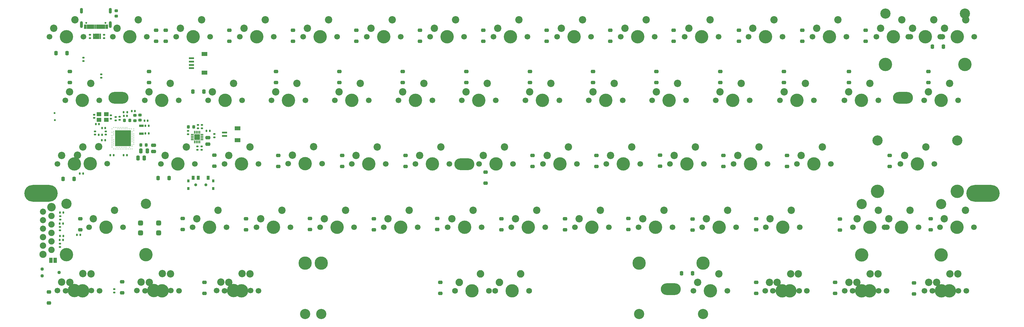
<source format=gbr>
%TF.GenerationSoftware,KiCad,Pcbnew,7.0.1-0*%
%TF.CreationDate,2023-08-04T20:55:53+05:30*%
%TF.ProjectId,Keyboard_60%,4b657962-6f61-4726-945f-3630252e6b69,rev?*%
%TF.SameCoordinates,Original*%
%TF.FileFunction,Soldermask,Bot*%
%TF.FilePolarity,Negative*%
%FSLAX46Y46*%
G04 Gerber Fmt 4.6, Leading zero omitted, Abs format (unit mm)*
G04 Created by KiCad (PCBNEW 7.0.1-0) date 2023-08-04 20:55:53*
%MOMM*%
%LPD*%
G01*
G04 APERTURE LIST*
G04 Aperture macros list*
%AMRoundRect*
0 Rectangle with rounded corners*
0 $1 Rounding radius*
0 $2 $3 $4 $5 $6 $7 $8 $9 X,Y pos of 4 corners*
0 Add a 4 corners polygon primitive as box body*
4,1,4,$2,$3,$4,$5,$6,$7,$8,$9,$2,$3,0*
0 Add four circle primitives for the rounded corners*
1,1,$1+$1,$2,$3*
1,1,$1+$1,$4,$5*
1,1,$1+$1,$6,$7*
1,1,$1+$1,$8,$9*
0 Add four rect primitives between the rounded corners*
20,1,$1+$1,$2,$3,$4,$5,0*
20,1,$1+$1,$4,$5,$6,$7,0*
20,1,$1+$1,$6,$7,$8,$9,0*
20,1,$1+$1,$8,$9,$2,$3,0*%
G04 Aperture macros list end*
%ADD10C,0.010000*%
%ADD11C,1.700000*%
%ADD12C,4.000000*%
%ADD13C,2.200000*%
%ADD14C,2.150000*%
%ADD15C,2.550000*%
%ADD16C,1.900000*%
%ADD17C,1.850000*%
%ADD18O,9.999980X5.001260*%
%ADD19C,3.050000*%
%ADD20O,6.000000X3.500000*%
%ADD21C,3.987800*%
%ADD22C,3.048000*%
%ADD23C,1.750000*%
%ADD24C,2.250000*%
%ADD25C,1.016000*%
%ADD26RoundRect,0.140000X-0.170000X0.140000X-0.170000X-0.140000X0.170000X-0.140000X0.170000X0.140000X0*%
%ADD27RoundRect,0.250000X0.400000X-0.250000X0.400000X0.250000X-0.400000X0.250000X-0.400000X-0.250000X0*%
%ADD28RoundRect,0.225000X0.225000X0.250000X-0.225000X0.250000X-0.225000X-0.250000X0.225000X-0.250000X0*%
%ADD29RoundRect,0.250000X-0.400000X0.250000X-0.400000X-0.250000X0.400000X-0.250000X0.400000X0.250000X0*%
%ADD30R,4.850000X4.850000*%
%ADD31C,0.600000*%
%ADD32C,0.250000*%
%ADD33RoundRect,0.140000X0.140000X0.170000X-0.140000X0.170000X-0.140000X-0.170000X0.140000X-0.170000X0*%
%ADD34R,1.800000X1.200000*%
%ADD35R,1.550000X0.600000*%
%ADD36RoundRect,0.135000X0.185000X-0.135000X0.185000X0.135000X-0.185000X0.135000X-0.185000X-0.135000X0*%
%ADD37RoundRect,0.250000X-0.250000X-0.400000X0.250000X-0.400000X0.250000X0.400000X-0.250000X0.400000X0*%
%ADD38RoundRect,0.250000X0.250000X0.400000X-0.250000X0.400000X-0.250000X-0.400000X0.250000X-0.400000X0*%
%ADD39R,0.800000X0.950000*%
%ADD40C,0.900000*%
%ADD41R,0.900000X1.250000*%
%ADD42RoundRect,0.140000X-0.140000X-0.170000X0.140000X-0.170000X0.140000X0.170000X-0.140000X0.170000X0*%
%ADD43RoundRect,0.135000X-0.135000X-0.185000X0.135000X-0.185000X0.135000X0.185000X-0.135000X0.185000X0*%
%ADD44RoundRect,0.250000X-0.250000X-0.475000X0.250000X-0.475000X0.250000X0.475000X-0.250000X0.475000X0*%
%ADD45RoundRect,0.135000X-0.185000X0.135000X-0.185000X-0.135000X0.185000X-0.135000X0.185000X0.135000X0*%
%ADD46RoundRect,0.140000X0.170000X-0.140000X0.170000X0.140000X-0.170000X0.140000X-0.170000X-0.140000X0*%
%ADD47RoundRect,0.147500X0.147500X0.172500X-0.147500X0.172500X-0.147500X-0.172500X0.147500X-0.172500X0*%
%ADD48RoundRect,0.250000X-0.475000X0.250000X-0.475000X-0.250000X0.475000X-0.250000X0.475000X0.250000X0*%
%ADD49RoundRect,0.218750X-0.256250X0.218750X-0.256250X-0.218750X0.256250X-0.218750X0.256250X0.218750X0*%
%ADD50RoundRect,0.218750X0.256250X-0.218750X0.256250X0.218750X-0.256250X0.218750X-0.256250X-0.218750X0*%
%ADD51RoundRect,0.135000X0.135000X0.185000X-0.135000X0.185000X-0.135000X-0.185000X0.135000X-0.185000X0*%
%ADD52RoundRect,0.375000X0.375000X0.375000X-0.375000X0.375000X-0.375000X-0.375000X0.375000X-0.375000X0*%
%ADD53R,1.350000X0.650000*%
%ADD54R,1.000000X1.500000*%
%ADD55R,1.400000X1.200000*%
%ADD56O,0.900000X1.700000*%
%ADD57O,0.900000X2.000000*%
%ADD58RoundRect,0.225000X-0.250000X0.225000X-0.250000X-0.225000X0.250000X-0.225000X0.250000X0.225000X0*%
%ADD59RoundRect,0.218750X0.218750X0.256250X-0.218750X0.256250X-0.218750X-0.256250X0.218750X-0.256250X0*%
%ADD60RoundRect,0.007800X0.422200X0.122200X-0.422200X0.122200X-0.422200X-0.122200X0.422200X-0.122200X0*%
%ADD61RoundRect,0.007800X0.122200X-0.422200X0.122200X0.422200X-0.122200X0.422200X-0.122200X-0.422200X0*%
%ADD62R,1.680000X1.680000*%
%ADD63R,0.500000X0.500000*%
%ADD64RoundRect,0.147500X-0.147500X-0.172500X0.147500X-0.172500X0.147500X0.172500X-0.147500X0.172500X0*%
G04 APERTURE END LIST*
%TO.C,U4*%
D10*
X17813000Y-9533500D02*
X17815000Y-9533500D01*
X17818000Y-9534500D01*
X17820000Y-9534500D01*
X17823000Y-9535500D01*
X17825000Y-9536500D01*
X17828000Y-9537500D01*
X17830000Y-9539500D01*
X17832000Y-9540500D01*
X17834000Y-9542500D01*
X17836000Y-9543500D01*
X17838000Y-9545500D01*
X17840000Y-9547500D01*
X17842000Y-9549500D01*
X17844000Y-9551500D01*
X17845000Y-9553500D01*
X17847000Y-9555500D01*
X17848000Y-9557500D01*
X17850000Y-9559500D01*
X17851000Y-9562500D01*
X17852000Y-9564500D01*
X17853000Y-9567500D01*
X17853000Y-9569500D01*
X17854000Y-9572500D01*
X17854000Y-9574500D01*
X17855000Y-9577500D01*
X17855000Y-9579500D01*
X17855000Y-9582500D01*
X17855000Y-10187500D01*
X17855000Y-10190500D01*
X17855000Y-10192500D01*
X17854000Y-10195500D01*
X17854000Y-10197500D01*
X17853000Y-10200500D01*
X17853000Y-10202500D01*
X17852000Y-10205500D01*
X17851000Y-10207500D01*
X17850000Y-10210500D01*
X17848000Y-10212500D01*
X17847000Y-10214500D01*
X17845000Y-10216500D01*
X17844000Y-10218500D01*
X17842000Y-10220500D01*
X17840000Y-10222500D01*
X17838000Y-10224500D01*
X17836000Y-10226500D01*
X17834000Y-10227500D01*
X17832000Y-10229500D01*
X17830000Y-10230500D01*
X17828000Y-10232500D01*
X17825000Y-10233500D01*
X17823000Y-10234500D01*
X17820000Y-10235500D01*
X17818000Y-10235500D01*
X17815000Y-10236500D01*
X17813000Y-10236500D01*
X17810000Y-10237500D01*
X17808000Y-10237500D01*
X17805000Y-10237500D01*
X17565000Y-10237500D01*
X17562000Y-10237500D01*
X17560000Y-10237500D01*
X17557000Y-10236500D01*
X17555000Y-10236500D01*
X17552000Y-10235500D01*
X17550000Y-10235500D01*
X17547000Y-10234500D01*
X17545000Y-10233500D01*
X17542000Y-10232500D01*
X17540000Y-10230500D01*
X17538000Y-10229500D01*
X17536000Y-10227500D01*
X17534000Y-10226500D01*
X17532000Y-10224500D01*
X17530000Y-10222500D01*
X17528000Y-10220500D01*
X17526000Y-10218500D01*
X17525000Y-10216500D01*
X17523000Y-10214500D01*
X17522000Y-10212500D01*
X17520000Y-10210500D01*
X17519000Y-10207500D01*
X17518000Y-10205500D01*
X17517000Y-10202500D01*
X17517000Y-10200500D01*
X17516000Y-10197500D01*
X17516000Y-10195500D01*
X17515000Y-10192500D01*
X17515000Y-10190500D01*
X17515000Y-10187500D01*
X17515000Y-9582500D01*
X17515000Y-9579500D01*
X17515000Y-9577500D01*
X17516000Y-9574500D01*
X17516000Y-9572500D01*
X17517000Y-9569500D01*
X17517000Y-9567500D01*
X17518000Y-9564500D01*
X17519000Y-9562500D01*
X17520000Y-9559500D01*
X17522000Y-9557500D01*
X17523000Y-9555500D01*
X17525000Y-9553500D01*
X17526000Y-9551500D01*
X17528000Y-9549500D01*
X17530000Y-9547500D01*
X17532000Y-9545500D01*
X17534000Y-9543500D01*
X17536000Y-9542500D01*
X17538000Y-9540500D01*
X17540000Y-9539500D01*
X17542000Y-9537500D01*
X17545000Y-9536500D01*
X17547000Y-9535500D01*
X17550000Y-9534500D01*
X17552000Y-9534500D01*
X17555000Y-9533500D01*
X17557000Y-9533500D01*
X17560000Y-9532500D01*
X17562000Y-9532500D01*
X17565000Y-9532500D01*
X17805000Y-9532500D01*
X17808000Y-9532500D01*
X17810000Y-9532500D01*
X17813000Y-9533500D01*
G36*
X17813000Y-9533500D02*
G01*
X17815000Y-9533500D01*
X17818000Y-9534500D01*
X17820000Y-9534500D01*
X17823000Y-9535500D01*
X17825000Y-9536500D01*
X17828000Y-9537500D01*
X17830000Y-9539500D01*
X17832000Y-9540500D01*
X17834000Y-9542500D01*
X17836000Y-9543500D01*
X17838000Y-9545500D01*
X17840000Y-9547500D01*
X17842000Y-9549500D01*
X17844000Y-9551500D01*
X17845000Y-9553500D01*
X17847000Y-9555500D01*
X17848000Y-9557500D01*
X17850000Y-9559500D01*
X17851000Y-9562500D01*
X17852000Y-9564500D01*
X17853000Y-9567500D01*
X17853000Y-9569500D01*
X17854000Y-9572500D01*
X17854000Y-9574500D01*
X17855000Y-9577500D01*
X17855000Y-9579500D01*
X17855000Y-9582500D01*
X17855000Y-10187500D01*
X17855000Y-10190500D01*
X17855000Y-10192500D01*
X17854000Y-10195500D01*
X17854000Y-10197500D01*
X17853000Y-10200500D01*
X17853000Y-10202500D01*
X17852000Y-10205500D01*
X17851000Y-10207500D01*
X17850000Y-10210500D01*
X17848000Y-10212500D01*
X17847000Y-10214500D01*
X17845000Y-10216500D01*
X17844000Y-10218500D01*
X17842000Y-10220500D01*
X17840000Y-10222500D01*
X17838000Y-10224500D01*
X17836000Y-10226500D01*
X17834000Y-10227500D01*
X17832000Y-10229500D01*
X17830000Y-10230500D01*
X17828000Y-10232500D01*
X17825000Y-10233500D01*
X17823000Y-10234500D01*
X17820000Y-10235500D01*
X17818000Y-10235500D01*
X17815000Y-10236500D01*
X17813000Y-10236500D01*
X17810000Y-10237500D01*
X17808000Y-10237500D01*
X17805000Y-10237500D01*
X17565000Y-10237500D01*
X17562000Y-10237500D01*
X17560000Y-10237500D01*
X17557000Y-10236500D01*
X17555000Y-10236500D01*
X17552000Y-10235500D01*
X17550000Y-10235500D01*
X17547000Y-10234500D01*
X17545000Y-10233500D01*
X17542000Y-10232500D01*
X17540000Y-10230500D01*
X17538000Y-10229500D01*
X17536000Y-10227500D01*
X17534000Y-10226500D01*
X17532000Y-10224500D01*
X17530000Y-10222500D01*
X17528000Y-10220500D01*
X17526000Y-10218500D01*
X17525000Y-10216500D01*
X17523000Y-10214500D01*
X17522000Y-10212500D01*
X17520000Y-10210500D01*
X17519000Y-10207500D01*
X17518000Y-10205500D01*
X17517000Y-10202500D01*
X17517000Y-10200500D01*
X17516000Y-10197500D01*
X17516000Y-10195500D01*
X17515000Y-10192500D01*
X17515000Y-10190500D01*
X17515000Y-10187500D01*
X17515000Y-9582500D01*
X17515000Y-9579500D01*
X17515000Y-9577500D01*
X17516000Y-9574500D01*
X17516000Y-9572500D01*
X17517000Y-9569500D01*
X17517000Y-9567500D01*
X17518000Y-9564500D01*
X17519000Y-9562500D01*
X17520000Y-9559500D01*
X17522000Y-9557500D01*
X17523000Y-9555500D01*
X17525000Y-9553500D01*
X17526000Y-9551500D01*
X17528000Y-9549500D01*
X17530000Y-9547500D01*
X17532000Y-9545500D01*
X17534000Y-9543500D01*
X17536000Y-9542500D01*
X17538000Y-9540500D01*
X17540000Y-9539500D01*
X17542000Y-9537500D01*
X17545000Y-9536500D01*
X17547000Y-9535500D01*
X17550000Y-9534500D01*
X17552000Y-9534500D01*
X17555000Y-9533500D01*
X17557000Y-9533500D01*
X17560000Y-9532500D01*
X17562000Y-9532500D01*
X17565000Y-9532500D01*
X17805000Y-9532500D01*
X17808000Y-9532500D01*
X17810000Y-9532500D01*
X17813000Y-9533500D01*
G37*
X18913000Y-9533500D02*
X18915000Y-9533500D01*
X18918000Y-9534500D01*
X18920000Y-9534500D01*
X18923000Y-9535500D01*
X18925000Y-9536500D01*
X18928000Y-9537500D01*
X18930000Y-9539500D01*
X18932000Y-9540500D01*
X18934000Y-9542500D01*
X18936000Y-9543500D01*
X18938000Y-9545500D01*
X18940000Y-9547500D01*
X18942000Y-9549500D01*
X18944000Y-9551500D01*
X18945000Y-9553500D01*
X18947000Y-9555500D01*
X18948000Y-9557500D01*
X18950000Y-9559500D01*
X18951000Y-9562500D01*
X18952000Y-9564500D01*
X18953000Y-9567500D01*
X18953000Y-9569500D01*
X18954000Y-9572500D01*
X18954000Y-9574500D01*
X18955000Y-9577500D01*
X18955000Y-9579500D01*
X18955000Y-9582500D01*
X18955000Y-10187500D01*
X18955000Y-10190500D01*
X18955000Y-10192500D01*
X18954000Y-10195500D01*
X18954000Y-10197500D01*
X18953000Y-10200500D01*
X18953000Y-10202500D01*
X18952000Y-10205500D01*
X18951000Y-10207500D01*
X18950000Y-10210500D01*
X18948000Y-10212500D01*
X18947000Y-10214500D01*
X18945000Y-10216500D01*
X18944000Y-10218500D01*
X18942000Y-10220500D01*
X18940000Y-10222500D01*
X18938000Y-10224500D01*
X18936000Y-10226500D01*
X18934000Y-10227500D01*
X18932000Y-10229500D01*
X18930000Y-10230500D01*
X18928000Y-10232500D01*
X18925000Y-10233500D01*
X18923000Y-10234500D01*
X18920000Y-10235500D01*
X18918000Y-10235500D01*
X18915000Y-10236500D01*
X18913000Y-10236500D01*
X18910000Y-10237500D01*
X18908000Y-10237500D01*
X18905000Y-10237500D01*
X18465000Y-10237500D01*
X18462000Y-10237500D01*
X18460000Y-10237500D01*
X18457000Y-10236500D01*
X18455000Y-10236500D01*
X18452000Y-10235500D01*
X18450000Y-10235500D01*
X18447000Y-10234500D01*
X18445000Y-10233500D01*
X18442000Y-10232500D01*
X18440000Y-10230500D01*
X18438000Y-10229500D01*
X18436000Y-10227500D01*
X18434000Y-10226500D01*
X18432000Y-10224500D01*
X18430000Y-10222500D01*
X18428000Y-10220500D01*
X18426000Y-10218500D01*
X18425000Y-10216500D01*
X18423000Y-10214500D01*
X18422000Y-10212500D01*
X18420000Y-10210500D01*
X18419000Y-10207500D01*
X18418000Y-10205500D01*
X18417000Y-10202500D01*
X18417000Y-10200500D01*
X18416000Y-10197500D01*
X18416000Y-10195500D01*
X18415000Y-10192500D01*
X18415000Y-10190500D01*
X18415000Y-10187500D01*
X18415000Y-9582500D01*
X18415000Y-9579500D01*
X18415000Y-9577500D01*
X18416000Y-9574500D01*
X18416000Y-9572500D01*
X18417000Y-9569500D01*
X18417000Y-9567500D01*
X18418000Y-9564500D01*
X18419000Y-9562500D01*
X18420000Y-9559500D01*
X18422000Y-9557500D01*
X18423000Y-9555500D01*
X18425000Y-9553500D01*
X18426000Y-9551500D01*
X18428000Y-9549500D01*
X18430000Y-9547500D01*
X18432000Y-9545500D01*
X18434000Y-9543500D01*
X18436000Y-9542500D01*
X18438000Y-9540500D01*
X18440000Y-9539500D01*
X18442000Y-9537500D01*
X18445000Y-9536500D01*
X18447000Y-9535500D01*
X18450000Y-9534500D01*
X18452000Y-9534500D01*
X18455000Y-9533500D01*
X18457000Y-9533500D01*
X18460000Y-9532500D01*
X18462000Y-9532500D01*
X18465000Y-9532500D01*
X18905000Y-9532500D01*
X18908000Y-9532500D01*
X18910000Y-9532500D01*
X18913000Y-9533500D01*
G36*
X18913000Y-9533500D02*
G01*
X18915000Y-9533500D01*
X18918000Y-9534500D01*
X18920000Y-9534500D01*
X18923000Y-9535500D01*
X18925000Y-9536500D01*
X18928000Y-9537500D01*
X18930000Y-9539500D01*
X18932000Y-9540500D01*
X18934000Y-9542500D01*
X18936000Y-9543500D01*
X18938000Y-9545500D01*
X18940000Y-9547500D01*
X18942000Y-9549500D01*
X18944000Y-9551500D01*
X18945000Y-9553500D01*
X18947000Y-9555500D01*
X18948000Y-9557500D01*
X18950000Y-9559500D01*
X18951000Y-9562500D01*
X18952000Y-9564500D01*
X18953000Y-9567500D01*
X18953000Y-9569500D01*
X18954000Y-9572500D01*
X18954000Y-9574500D01*
X18955000Y-9577500D01*
X18955000Y-9579500D01*
X18955000Y-9582500D01*
X18955000Y-10187500D01*
X18955000Y-10190500D01*
X18955000Y-10192500D01*
X18954000Y-10195500D01*
X18954000Y-10197500D01*
X18953000Y-10200500D01*
X18953000Y-10202500D01*
X18952000Y-10205500D01*
X18951000Y-10207500D01*
X18950000Y-10210500D01*
X18948000Y-10212500D01*
X18947000Y-10214500D01*
X18945000Y-10216500D01*
X18944000Y-10218500D01*
X18942000Y-10220500D01*
X18940000Y-10222500D01*
X18938000Y-10224500D01*
X18936000Y-10226500D01*
X18934000Y-10227500D01*
X18932000Y-10229500D01*
X18930000Y-10230500D01*
X18928000Y-10232500D01*
X18925000Y-10233500D01*
X18923000Y-10234500D01*
X18920000Y-10235500D01*
X18918000Y-10235500D01*
X18915000Y-10236500D01*
X18913000Y-10236500D01*
X18910000Y-10237500D01*
X18908000Y-10237500D01*
X18905000Y-10237500D01*
X18465000Y-10237500D01*
X18462000Y-10237500D01*
X18460000Y-10237500D01*
X18457000Y-10236500D01*
X18455000Y-10236500D01*
X18452000Y-10235500D01*
X18450000Y-10235500D01*
X18447000Y-10234500D01*
X18445000Y-10233500D01*
X18442000Y-10232500D01*
X18440000Y-10230500D01*
X18438000Y-10229500D01*
X18436000Y-10227500D01*
X18434000Y-10226500D01*
X18432000Y-10224500D01*
X18430000Y-10222500D01*
X18428000Y-10220500D01*
X18426000Y-10218500D01*
X18425000Y-10216500D01*
X18423000Y-10214500D01*
X18422000Y-10212500D01*
X18420000Y-10210500D01*
X18419000Y-10207500D01*
X18418000Y-10205500D01*
X18417000Y-10202500D01*
X18417000Y-10200500D01*
X18416000Y-10197500D01*
X18416000Y-10195500D01*
X18415000Y-10192500D01*
X18415000Y-10190500D01*
X18415000Y-10187500D01*
X18415000Y-9582500D01*
X18415000Y-9579500D01*
X18415000Y-9577500D01*
X18416000Y-9574500D01*
X18416000Y-9572500D01*
X18417000Y-9569500D01*
X18417000Y-9567500D01*
X18418000Y-9564500D01*
X18419000Y-9562500D01*
X18420000Y-9559500D01*
X18422000Y-9557500D01*
X18423000Y-9555500D01*
X18425000Y-9553500D01*
X18426000Y-9551500D01*
X18428000Y-9549500D01*
X18430000Y-9547500D01*
X18432000Y-9545500D01*
X18434000Y-9543500D01*
X18436000Y-9542500D01*
X18438000Y-9540500D01*
X18440000Y-9539500D01*
X18442000Y-9537500D01*
X18445000Y-9536500D01*
X18447000Y-9535500D01*
X18450000Y-9534500D01*
X18452000Y-9534500D01*
X18455000Y-9533500D01*
X18457000Y-9533500D01*
X18460000Y-9532500D01*
X18462000Y-9532500D01*
X18465000Y-9532500D01*
X18905000Y-9532500D01*
X18908000Y-9532500D01*
X18910000Y-9532500D01*
X18913000Y-9533500D01*
G37*
X19813000Y-9533500D02*
X19815000Y-9533500D01*
X19818000Y-9534500D01*
X19820000Y-9534500D01*
X19823000Y-9535500D01*
X19825000Y-9536500D01*
X19828000Y-9537500D01*
X19830000Y-9539500D01*
X19832000Y-9540500D01*
X19834000Y-9542500D01*
X19836000Y-9543500D01*
X19838000Y-9545500D01*
X19840000Y-9547500D01*
X19842000Y-9549500D01*
X19844000Y-9551500D01*
X19845000Y-9553500D01*
X19847000Y-9555500D01*
X19848000Y-9557500D01*
X19850000Y-9559500D01*
X19851000Y-9562500D01*
X19852000Y-9564500D01*
X19853000Y-9567500D01*
X19853000Y-9569500D01*
X19854000Y-9572500D01*
X19854000Y-9574500D01*
X19855000Y-9577500D01*
X19855000Y-9579500D01*
X19855000Y-9582500D01*
X19855000Y-10187500D01*
X19855000Y-10190500D01*
X19855000Y-10192500D01*
X19854000Y-10195500D01*
X19854000Y-10197500D01*
X19853000Y-10200500D01*
X19853000Y-10202500D01*
X19852000Y-10205500D01*
X19851000Y-10207500D01*
X19850000Y-10210500D01*
X19848000Y-10212500D01*
X19847000Y-10214500D01*
X19845000Y-10216500D01*
X19844000Y-10218500D01*
X19842000Y-10220500D01*
X19840000Y-10222500D01*
X19838000Y-10224500D01*
X19836000Y-10226500D01*
X19834000Y-10227500D01*
X19832000Y-10229500D01*
X19830000Y-10230500D01*
X19828000Y-10232500D01*
X19825000Y-10233500D01*
X19823000Y-10234500D01*
X19820000Y-10235500D01*
X19818000Y-10235500D01*
X19815000Y-10236500D01*
X19813000Y-10236500D01*
X19810000Y-10237500D01*
X19808000Y-10237500D01*
X19805000Y-10237500D01*
X19565000Y-10237500D01*
X19562000Y-10237500D01*
X19560000Y-10237500D01*
X19557000Y-10236500D01*
X19555000Y-10236500D01*
X19552000Y-10235500D01*
X19550000Y-10235500D01*
X19547000Y-10234500D01*
X19545000Y-10233500D01*
X19542000Y-10232500D01*
X19540000Y-10230500D01*
X19538000Y-10229500D01*
X19536000Y-10227500D01*
X19534000Y-10226500D01*
X19532000Y-10224500D01*
X19530000Y-10222500D01*
X19528000Y-10220500D01*
X19526000Y-10218500D01*
X19525000Y-10216500D01*
X19523000Y-10214500D01*
X19522000Y-10212500D01*
X19520000Y-10210500D01*
X19519000Y-10207500D01*
X19518000Y-10205500D01*
X19517000Y-10202500D01*
X19517000Y-10200500D01*
X19516000Y-10197500D01*
X19516000Y-10195500D01*
X19515000Y-10192500D01*
X19515000Y-10190500D01*
X19515000Y-10187500D01*
X19515000Y-9582500D01*
X19515000Y-9579500D01*
X19515000Y-9577500D01*
X19516000Y-9574500D01*
X19516000Y-9572500D01*
X19517000Y-9569500D01*
X19517000Y-9567500D01*
X19518000Y-9564500D01*
X19519000Y-9562500D01*
X19520000Y-9559500D01*
X19522000Y-9557500D01*
X19523000Y-9555500D01*
X19525000Y-9553500D01*
X19526000Y-9551500D01*
X19528000Y-9549500D01*
X19530000Y-9547500D01*
X19532000Y-9545500D01*
X19534000Y-9543500D01*
X19536000Y-9542500D01*
X19538000Y-9540500D01*
X19540000Y-9539500D01*
X19542000Y-9537500D01*
X19545000Y-9536500D01*
X19547000Y-9535500D01*
X19550000Y-9534500D01*
X19552000Y-9534500D01*
X19555000Y-9533500D01*
X19557000Y-9533500D01*
X19560000Y-9532500D01*
X19562000Y-9532500D01*
X19565000Y-9532500D01*
X19805000Y-9532500D01*
X19808000Y-9532500D01*
X19810000Y-9532500D01*
X19813000Y-9533500D01*
G36*
X19813000Y-9533500D02*
G01*
X19815000Y-9533500D01*
X19818000Y-9534500D01*
X19820000Y-9534500D01*
X19823000Y-9535500D01*
X19825000Y-9536500D01*
X19828000Y-9537500D01*
X19830000Y-9539500D01*
X19832000Y-9540500D01*
X19834000Y-9542500D01*
X19836000Y-9543500D01*
X19838000Y-9545500D01*
X19840000Y-9547500D01*
X19842000Y-9549500D01*
X19844000Y-9551500D01*
X19845000Y-9553500D01*
X19847000Y-9555500D01*
X19848000Y-9557500D01*
X19850000Y-9559500D01*
X19851000Y-9562500D01*
X19852000Y-9564500D01*
X19853000Y-9567500D01*
X19853000Y-9569500D01*
X19854000Y-9572500D01*
X19854000Y-9574500D01*
X19855000Y-9577500D01*
X19855000Y-9579500D01*
X19855000Y-9582500D01*
X19855000Y-10187500D01*
X19855000Y-10190500D01*
X19855000Y-10192500D01*
X19854000Y-10195500D01*
X19854000Y-10197500D01*
X19853000Y-10200500D01*
X19853000Y-10202500D01*
X19852000Y-10205500D01*
X19851000Y-10207500D01*
X19850000Y-10210500D01*
X19848000Y-10212500D01*
X19847000Y-10214500D01*
X19845000Y-10216500D01*
X19844000Y-10218500D01*
X19842000Y-10220500D01*
X19840000Y-10222500D01*
X19838000Y-10224500D01*
X19836000Y-10226500D01*
X19834000Y-10227500D01*
X19832000Y-10229500D01*
X19830000Y-10230500D01*
X19828000Y-10232500D01*
X19825000Y-10233500D01*
X19823000Y-10234500D01*
X19820000Y-10235500D01*
X19818000Y-10235500D01*
X19815000Y-10236500D01*
X19813000Y-10236500D01*
X19810000Y-10237500D01*
X19808000Y-10237500D01*
X19805000Y-10237500D01*
X19565000Y-10237500D01*
X19562000Y-10237500D01*
X19560000Y-10237500D01*
X19557000Y-10236500D01*
X19555000Y-10236500D01*
X19552000Y-10235500D01*
X19550000Y-10235500D01*
X19547000Y-10234500D01*
X19545000Y-10233500D01*
X19542000Y-10232500D01*
X19540000Y-10230500D01*
X19538000Y-10229500D01*
X19536000Y-10227500D01*
X19534000Y-10226500D01*
X19532000Y-10224500D01*
X19530000Y-10222500D01*
X19528000Y-10220500D01*
X19526000Y-10218500D01*
X19525000Y-10216500D01*
X19523000Y-10214500D01*
X19522000Y-10212500D01*
X19520000Y-10210500D01*
X19519000Y-10207500D01*
X19518000Y-10205500D01*
X19517000Y-10202500D01*
X19517000Y-10200500D01*
X19516000Y-10197500D01*
X19516000Y-10195500D01*
X19515000Y-10192500D01*
X19515000Y-10190500D01*
X19515000Y-10187500D01*
X19515000Y-9582500D01*
X19515000Y-9579500D01*
X19515000Y-9577500D01*
X19516000Y-9574500D01*
X19516000Y-9572500D01*
X19517000Y-9569500D01*
X19517000Y-9567500D01*
X19518000Y-9564500D01*
X19519000Y-9562500D01*
X19520000Y-9559500D01*
X19522000Y-9557500D01*
X19523000Y-9555500D01*
X19525000Y-9553500D01*
X19526000Y-9551500D01*
X19528000Y-9549500D01*
X19530000Y-9547500D01*
X19532000Y-9545500D01*
X19534000Y-9543500D01*
X19536000Y-9542500D01*
X19538000Y-9540500D01*
X19540000Y-9539500D01*
X19542000Y-9537500D01*
X19545000Y-9536500D01*
X19547000Y-9535500D01*
X19550000Y-9534500D01*
X19552000Y-9534500D01*
X19555000Y-9533500D01*
X19557000Y-9533500D01*
X19560000Y-9532500D01*
X19562000Y-9532500D01*
X19565000Y-9532500D01*
X19805000Y-9532500D01*
X19808000Y-9532500D01*
X19810000Y-9532500D01*
X19813000Y-9533500D01*
G37*
X18313000Y-9533500D02*
X18315000Y-9533500D01*
X18318000Y-9534500D01*
X18320000Y-9534500D01*
X18323000Y-9535500D01*
X18325000Y-9536500D01*
X18328000Y-9537500D01*
X18330000Y-9539500D01*
X18332000Y-9540500D01*
X18334000Y-9542500D01*
X18336000Y-9543500D01*
X18338000Y-9545500D01*
X18340000Y-9547500D01*
X18342000Y-9549500D01*
X18344000Y-9551500D01*
X18345000Y-9553500D01*
X18347000Y-9555500D01*
X18348000Y-9557500D01*
X18350000Y-9559500D01*
X18351000Y-9562500D01*
X18352000Y-9564500D01*
X18353000Y-9567500D01*
X18353000Y-9569500D01*
X18354000Y-9572500D01*
X18354000Y-9574500D01*
X18355000Y-9577500D01*
X18355000Y-9579500D01*
X18355000Y-9582500D01*
X18355000Y-10187500D01*
X18355000Y-10190500D01*
X18355000Y-10192500D01*
X18354000Y-10195500D01*
X18354000Y-10197500D01*
X18353000Y-10200500D01*
X18353000Y-10202500D01*
X18352000Y-10205500D01*
X18351000Y-10207500D01*
X18350000Y-10210500D01*
X18348000Y-10212500D01*
X18347000Y-10214500D01*
X18345000Y-10216500D01*
X18344000Y-10218500D01*
X18342000Y-10220500D01*
X18340000Y-10222500D01*
X18338000Y-10224500D01*
X18336000Y-10226500D01*
X18334000Y-10227500D01*
X18332000Y-10229500D01*
X18330000Y-10230500D01*
X18328000Y-10232500D01*
X18325000Y-10233500D01*
X18323000Y-10234500D01*
X18320000Y-10235500D01*
X18318000Y-10235500D01*
X18315000Y-10236500D01*
X18313000Y-10236500D01*
X18310000Y-10237500D01*
X18308000Y-10237500D01*
X18305000Y-10237500D01*
X18065000Y-10237500D01*
X18062000Y-10237500D01*
X18060000Y-10237500D01*
X18057000Y-10236500D01*
X18055000Y-10236500D01*
X18052000Y-10235500D01*
X18050000Y-10235500D01*
X18047000Y-10234500D01*
X18045000Y-10233500D01*
X18042000Y-10232500D01*
X18040000Y-10230500D01*
X18038000Y-10229500D01*
X18036000Y-10227500D01*
X18034000Y-10226500D01*
X18032000Y-10224500D01*
X18030000Y-10222500D01*
X18028000Y-10220500D01*
X18026000Y-10218500D01*
X18025000Y-10216500D01*
X18023000Y-10214500D01*
X18022000Y-10212500D01*
X18020000Y-10210500D01*
X18019000Y-10207500D01*
X18018000Y-10205500D01*
X18017000Y-10202500D01*
X18017000Y-10200500D01*
X18016000Y-10197500D01*
X18016000Y-10195500D01*
X18015000Y-10192500D01*
X18015000Y-10190500D01*
X18015000Y-10187500D01*
X18015000Y-9582500D01*
X18015000Y-9579500D01*
X18015000Y-9577500D01*
X18016000Y-9574500D01*
X18016000Y-9572500D01*
X18017000Y-9569500D01*
X18017000Y-9567500D01*
X18018000Y-9564500D01*
X18019000Y-9562500D01*
X18020000Y-9559500D01*
X18022000Y-9557500D01*
X18023000Y-9555500D01*
X18025000Y-9553500D01*
X18026000Y-9551500D01*
X18028000Y-9549500D01*
X18030000Y-9547500D01*
X18032000Y-9545500D01*
X18034000Y-9543500D01*
X18036000Y-9542500D01*
X18038000Y-9540500D01*
X18040000Y-9539500D01*
X18042000Y-9537500D01*
X18045000Y-9536500D01*
X18047000Y-9535500D01*
X18050000Y-9534500D01*
X18052000Y-9534500D01*
X18055000Y-9533500D01*
X18057000Y-9533500D01*
X18060000Y-9532500D01*
X18062000Y-9532500D01*
X18065000Y-9532500D01*
X18305000Y-9532500D01*
X18308000Y-9532500D01*
X18310000Y-9532500D01*
X18313000Y-9533500D01*
G36*
X18313000Y-9533500D02*
G01*
X18315000Y-9533500D01*
X18318000Y-9534500D01*
X18320000Y-9534500D01*
X18323000Y-9535500D01*
X18325000Y-9536500D01*
X18328000Y-9537500D01*
X18330000Y-9539500D01*
X18332000Y-9540500D01*
X18334000Y-9542500D01*
X18336000Y-9543500D01*
X18338000Y-9545500D01*
X18340000Y-9547500D01*
X18342000Y-9549500D01*
X18344000Y-9551500D01*
X18345000Y-9553500D01*
X18347000Y-9555500D01*
X18348000Y-9557500D01*
X18350000Y-9559500D01*
X18351000Y-9562500D01*
X18352000Y-9564500D01*
X18353000Y-9567500D01*
X18353000Y-9569500D01*
X18354000Y-9572500D01*
X18354000Y-9574500D01*
X18355000Y-9577500D01*
X18355000Y-9579500D01*
X18355000Y-9582500D01*
X18355000Y-10187500D01*
X18355000Y-10190500D01*
X18355000Y-10192500D01*
X18354000Y-10195500D01*
X18354000Y-10197500D01*
X18353000Y-10200500D01*
X18353000Y-10202500D01*
X18352000Y-10205500D01*
X18351000Y-10207500D01*
X18350000Y-10210500D01*
X18348000Y-10212500D01*
X18347000Y-10214500D01*
X18345000Y-10216500D01*
X18344000Y-10218500D01*
X18342000Y-10220500D01*
X18340000Y-10222500D01*
X18338000Y-10224500D01*
X18336000Y-10226500D01*
X18334000Y-10227500D01*
X18332000Y-10229500D01*
X18330000Y-10230500D01*
X18328000Y-10232500D01*
X18325000Y-10233500D01*
X18323000Y-10234500D01*
X18320000Y-10235500D01*
X18318000Y-10235500D01*
X18315000Y-10236500D01*
X18313000Y-10236500D01*
X18310000Y-10237500D01*
X18308000Y-10237500D01*
X18305000Y-10237500D01*
X18065000Y-10237500D01*
X18062000Y-10237500D01*
X18060000Y-10237500D01*
X18057000Y-10236500D01*
X18055000Y-10236500D01*
X18052000Y-10235500D01*
X18050000Y-10235500D01*
X18047000Y-10234500D01*
X18045000Y-10233500D01*
X18042000Y-10232500D01*
X18040000Y-10230500D01*
X18038000Y-10229500D01*
X18036000Y-10227500D01*
X18034000Y-10226500D01*
X18032000Y-10224500D01*
X18030000Y-10222500D01*
X18028000Y-10220500D01*
X18026000Y-10218500D01*
X18025000Y-10216500D01*
X18023000Y-10214500D01*
X18022000Y-10212500D01*
X18020000Y-10210500D01*
X18019000Y-10207500D01*
X18018000Y-10205500D01*
X18017000Y-10202500D01*
X18017000Y-10200500D01*
X18016000Y-10197500D01*
X18016000Y-10195500D01*
X18015000Y-10192500D01*
X18015000Y-10190500D01*
X18015000Y-10187500D01*
X18015000Y-9582500D01*
X18015000Y-9579500D01*
X18015000Y-9577500D01*
X18016000Y-9574500D01*
X18016000Y-9572500D01*
X18017000Y-9569500D01*
X18017000Y-9567500D01*
X18018000Y-9564500D01*
X18019000Y-9562500D01*
X18020000Y-9559500D01*
X18022000Y-9557500D01*
X18023000Y-9555500D01*
X18025000Y-9553500D01*
X18026000Y-9551500D01*
X18028000Y-9549500D01*
X18030000Y-9547500D01*
X18032000Y-9545500D01*
X18034000Y-9543500D01*
X18036000Y-9542500D01*
X18038000Y-9540500D01*
X18040000Y-9539500D01*
X18042000Y-9537500D01*
X18045000Y-9536500D01*
X18047000Y-9535500D01*
X18050000Y-9534500D01*
X18052000Y-9534500D01*
X18055000Y-9533500D01*
X18057000Y-9533500D01*
X18060000Y-9532500D01*
X18062000Y-9532500D01*
X18065000Y-9532500D01*
X18305000Y-9532500D01*
X18308000Y-9532500D01*
X18310000Y-9532500D01*
X18313000Y-9533500D01*
G37*
X19313000Y-9533500D02*
X19315000Y-9533500D01*
X19318000Y-9534500D01*
X19320000Y-9534500D01*
X19323000Y-9535500D01*
X19325000Y-9536500D01*
X19328000Y-9537500D01*
X19330000Y-9539500D01*
X19332000Y-9540500D01*
X19334000Y-9542500D01*
X19336000Y-9543500D01*
X19338000Y-9545500D01*
X19340000Y-9547500D01*
X19342000Y-9549500D01*
X19344000Y-9551500D01*
X19345000Y-9553500D01*
X19347000Y-9555500D01*
X19348000Y-9557500D01*
X19350000Y-9559500D01*
X19351000Y-9562500D01*
X19352000Y-9564500D01*
X19353000Y-9567500D01*
X19353000Y-9569500D01*
X19354000Y-9572500D01*
X19354000Y-9574500D01*
X19355000Y-9577500D01*
X19355000Y-9579500D01*
X19355000Y-9582500D01*
X19355000Y-10187500D01*
X19355000Y-10190500D01*
X19355000Y-10192500D01*
X19354000Y-10195500D01*
X19354000Y-10197500D01*
X19353000Y-10200500D01*
X19353000Y-10202500D01*
X19352000Y-10205500D01*
X19351000Y-10207500D01*
X19350000Y-10210500D01*
X19348000Y-10212500D01*
X19347000Y-10214500D01*
X19345000Y-10216500D01*
X19344000Y-10218500D01*
X19342000Y-10220500D01*
X19340000Y-10222500D01*
X19338000Y-10224500D01*
X19336000Y-10226500D01*
X19334000Y-10227500D01*
X19332000Y-10229500D01*
X19330000Y-10230500D01*
X19328000Y-10232500D01*
X19325000Y-10233500D01*
X19323000Y-10234500D01*
X19320000Y-10235500D01*
X19318000Y-10235500D01*
X19315000Y-10236500D01*
X19313000Y-10236500D01*
X19310000Y-10237500D01*
X19308000Y-10237500D01*
X19305000Y-10237500D01*
X19065000Y-10237500D01*
X19062000Y-10237500D01*
X19060000Y-10237500D01*
X19057000Y-10236500D01*
X19055000Y-10236500D01*
X19052000Y-10235500D01*
X19050000Y-10235500D01*
X19047000Y-10234500D01*
X19045000Y-10233500D01*
X19042000Y-10232500D01*
X19040000Y-10230500D01*
X19038000Y-10229500D01*
X19036000Y-10227500D01*
X19034000Y-10226500D01*
X19032000Y-10224500D01*
X19030000Y-10222500D01*
X19028000Y-10220500D01*
X19026000Y-10218500D01*
X19025000Y-10216500D01*
X19023000Y-10214500D01*
X19022000Y-10212500D01*
X19020000Y-10210500D01*
X19019000Y-10207500D01*
X19018000Y-10205500D01*
X19017000Y-10202500D01*
X19017000Y-10200500D01*
X19016000Y-10197500D01*
X19016000Y-10195500D01*
X19015000Y-10192500D01*
X19015000Y-10190500D01*
X19015000Y-10187500D01*
X19015000Y-9582500D01*
X19015000Y-9579500D01*
X19015000Y-9577500D01*
X19016000Y-9574500D01*
X19016000Y-9572500D01*
X19017000Y-9569500D01*
X19017000Y-9567500D01*
X19018000Y-9564500D01*
X19019000Y-9562500D01*
X19020000Y-9559500D01*
X19022000Y-9557500D01*
X19023000Y-9555500D01*
X19025000Y-9553500D01*
X19026000Y-9551500D01*
X19028000Y-9549500D01*
X19030000Y-9547500D01*
X19032000Y-9545500D01*
X19034000Y-9543500D01*
X19036000Y-9542500D01*
X19038000Y-9540500D01*
X19040000Y-9539500D01*
X19042000Y-9537500D01*
X19045000Y-9536500D01*
X19047000Y-9535500D01*
X19050000Y-9534500D01*
X19052000Y-9534500D01*
X19055000Y-9533500D01*
X19057000Y-9533500D01*
X19060000Y-9532500D01*
X19062000Y-9532500D01*
X19065000Y-9532500D01*
X19305000Y-9532500D01*
X19308000Y-9532500D01*
X19310000Y-9532500D01*
X19313000Y-9533500D01*
G36*
X19313000Y-9533500D02*
G01*
X19315000Y-9533500D01*
X19318000Y-9534500D01*
X19320000Y-9534500D01*
X19323000Y-9535500D01*
X19325000Y-9536500D01*
X19328000Y-9537500D01*
X19330000Y-9539500D01*
X19332000Y-9540500D01*
X19334000Y-9542500D01*
X19336000Y-9543500D01*
X19338000Y-9545500D01*
X19340000Y-9547500D01*
X19342000Y-9549500D01*
X19344000Y-9551500D01*
X19345000Y-9553500D01*
X19347000Y-9555500D01*
X19348000Y-9557500D01*
X19350000Y-9559500D01*
X19351000Y-9562500D01*
X19352000Y-9564500D01*
X19353000Y-9567500D01*
X19353000Y-9569500D01*
X19354000Y-9572500D01*
X19354000Y-9574500D01*
X19355000Y-9577500D01*
X19355000Y-9579500D01*
X19355000Y-9582500D01*
X19355000Y-10187500D01*
X19355000Y-10190500D01*
X19355000Y-10192500D01*
X19354000Y-10195500D01*
X19354000Y-10197500D01*
X19353000Y-10200500D01*
X19353000Y-10202500D01*
X19352000Y-10205500D01*
X19351000Y-10207500D01*
X19350000Y-10210500D01*
X19348000Y-10212500D01*
X19347000Y-10214500D01*
X19345000Y-10216500D01*
X19344000Y-10218500D01*
X19342000Y-10220500D01*
X19340000Y-10222500D01*
X19338000Y-10224500D01*
X19336000Y-10226500D01*
X19334000Y-10227500D01*
X19332000Y-10229500D01*
X19330000Y-10230500D01*
X19328000Y-10232500D01*
X19325000Y-10233500D01*
X19323000Y-10234500D01*
X19320000Y-10235500D01*
X19318000Y-10235500D01*
X19315000Y-10236500D01*
X19313000Y-10236500D01*
X19310000Y-10237500D01*
X19308000Y-10237500D01*
X19305000Y-10237500D01*
X19065000Y-10237500D01*
X19062000Y-10237500D01*
X19060000Y-10237500D01*
X19057000Y-10236500D01*
X19055000Y-10236500D01*
X19052000Y-10235500D01*
X19050000Y-10235500D01*
X19047000Y-10234500D01*
X19045000Y-10233500D01*
X19042000Y-10232500D01*
X19040000Y-10230500D01*
X19038000Y-10229500D01*
X19036000Y-10227500D01*
X19034000Y-10226500D01*
X19032000Y-10224500D01*
X19030000Y-10222500D01*
X19028000Y-10220500D01*
X19026000Y-10218500D01*
X19025000Y-10216500D01*
X19023000Y-10214500D01*
X19022000Y-10212500D01*
X19020000Y-10210500D01*
X19019000Y-10207500D01*
X19018000Y-10205500D01*
X19017000Y-10202500D01*
X19017000Y-10200500D01*
X19016000Y-10197500D01*
X19016000Y-10195500D01*
X19015000Y-10192500D01*
X19015000Y-10190500D01*
X19015000Y-10187500D01*
X19015000Y-9582500D01*
X19015000Y-9579500D01*
X19015000Y-9577500D01*
X19016000Y-9574500D01*
X19016000Y-9572500D01*
X19017000Y-9569500D01*
X19017000Y-9567500D01*
X19018000Y-9564500D01*
X19019000Y-9562500D01*
X19020000Y-9559500D01*
X19022000Y-9557500D01*
X19023000Y-9555500D01*
X19025000Y-9553500D01*
X19026000Y-9551500D01*
X19028000Y-9549500D01*
X19030000Y-9547500D01*
X19032000Y-9545500D01*
X19034000Y-9543500D01*
X19036000Y-9542500D01*
X19038000Y-9540500D01*
X19040000Y-9539500D01*
X19042000Y-9537500D01*
X19045000Y-9536500D01*
X19047000Y-9535500D01*
X19050000Y-9534500D01*
X19052000Y-9534500D01*
X19055000Y-9533500D01*
X19057000Y-9533500D01*
X19060000Y-9532500D01*
X19062000Y-9532500D01*
X19065000Y-9532500D01*
X19305000Y-9532500D01*
X19308000Y-9532500D01*
X19310000Y-9532500D01*
X19313000Y-9533500D01*
G37*
X18313000Y-8698500D02*
X18315000Y-8698500D01*
X18318000Y-8699500D01*
X18320000Y-8699500D01*
X18323000Y-8700500D01*
X18325000Y-8701500D01*
X18328000Y-8702500D01*
X18330000Y-8704500D01*
X18332000Y-8705500D01*
X18334000Y-8707500D01*
X18336000Y-8708500D01*
X18338000Y-8710500D01*
X18340000Y-8712500D01*
X18342000Y-8714500D01*
X18344000Y-8716500D01*
X18345000Y-8718500D01*
X18347000Y-8720500D01*
X18348000Y-8722500D01*
X18350000Y-8724500D01*
X18351000Y-8727500D01*
X18352000Y-8729500D01*
X18353000Y-8732500D01*
X18353000Y-8734500D01*
X18354000Y-8737500D01*
X18354000Y-8739500D01*
X18355000Y-8742500D01*
X18355000Y-8744500D01*
X18355000Y-8747500D01*
X18355000Y-9352500D01*
X18355000Y-9355500D01*
X18355000Y-9357500D01*
X18354000Y-9360500D01*
X18354000Y-9362500D01*
X18353000Y-9365500D01*
X18353000Y-9367500D01*
X18352000Y-9370500D01*
X18351000Y-9372500D01*
X18350000Y-9375500D01*
X18348000Y-9377500D01*
X18347000Y-9379500D01*
X18345000Y-9381500D01*
X18344000Y-9383500D01*
X18342000Y-9385500D01*
X18340000Y-9387500D01*
X18338000Y-9389500D01*
X18336000Y-9391500D01*
X18334000Y-9392500D01*
X18332000Y-9394500D01*
X18330000Y-9395500D01*
X18328000Y-9397500D01*
X18325000Y-9398500D01*
X18323000Y-9399500D01*
X18320000Y-9400500D01*
X18318000Y-9400500D01*
X18315000Y-9401500D01*
X18313000Y-9401500D01*
X18310000Y-9402500D01*
X18308000Y-9402500D01*
X18305000Y-9402500D01*
X18065000Y-9402500D01*
X18062000Y-9402500D01*
X18060000Y-9402500D01*
X18057000Y-9401500D01*
X18055000Y-9401500D01*
X18052000Y-9400500D01*
X18050000Y-9400500D01*
X18047000Y-9399500D01*
X18045000Y-9398500D01*
X18042000Y-9397500D01*
X18040000Y-9395500D01*
X18038000Y-9394500D01*
X18036000Y-9392500D01*
X18034000Y-9391500D01*
X18032000Y-9389500D01*
X18030000Y-9387500D01*
X18028000Y-9385500D01*
X18026000Y-9383500D01*
X18025000Y-9381500D01*
X18023000Y-9379500D01*
X18022000Y-9377500D01*
X18020000Y-9375500D01*
X18019000Y-9372500D01*
X18018000Y-9370500D01*
X18017000Y-9367500D01*
X18017000Y-9365500D01*
X18016000Y-9362500D01*
X18016000Y-9360500D01*
X18015000Y-9357500D01*
X18015000Y-9355500D01*
X18015000Y-9352500D01*
X18015000Y-8747500D01*
X18015000Y-8744500D01*
X18015000Y-8742500D01*
X18016000Y-8739500D01*
X18016000Y-8737500D01*
X18017000Y-8734500D01*
X18017000Y-8732500D01*
X18018000Y-8729500D01*
X18019000Y-8727500D01*
X18020000Y-8724500D01*
X18022000Y-8722500D01*
X18023000Y-8720500D01*
X18025000Y-8718500D01*
X18026000Y-8716500D01*
X18028000Y-8714500D01*
X18030000Y-8712500D01*
X18032000Y-8710500D01*
X18034000Y-8708500D01*
X18036000Y-8707500D01*
X18038000Y-8705500D01*
X18040000Y-8704500D01*
X18042000Y-8702500D01*
X18045000Y-8701500D01*
X18047000Y-8700500D01*
X18050000Y-8699500D01*
X18052000Y-8699500D01*
X18055000Y-8698500D01*
X18057000Y-8698500D01*
X18060000Y-8697500D01*
X18062000Y-8697500D01*
X18065000Y-8697500D01*
X18305000Y-8697500D01*
X18308000Y-8697500D01*
X18310000Y-8697500D01*
X18313000Y-8698500D01*
G36*
X18313000Y-8698500D02*
G01*
X18315000Y-8698500D01*
X18318000Y-8699500D01*
X18320000Y-8699500D01*
X18323000Y-8700500D01*
X18325000Y-8701500D01*
X18328000Y-8702500D01*
X18330000Y-8704500D01*
X18332000Y-8705500D01*
X18334000Y-8707500D01*
X18336000Y-8708500D01*
X18338000Y-8710500D01*
X18340000Y-8712500D01*
X18342000Y-8714500D01*
X18344000Y-8716500D01*
X18345000Y-8718500D01*
X18347000Y-8720500D01*
X18348000Y-8722500D01*
X18350000Y-8724500D01*
X18351000Y-8727500D01*
X18352000Y-8729500D01*
X18353000Y-8732500D01*
X18353000Y-8734500D01*
X18354000Y-8737500D01*
X18354000Y-8739500D01*
X18355000Y-8742500D01*
X18355000Y-8744500D01*
X18355000Y-8747500D01*
X18355000Y-9352500D01*
X18355000Y-9355500D01*
X18355000Y-9357500D01*
X18354000Y-9360500D01*
X18354000Y-9362500D01*
X18353000Y-9365500D01*
X18353000Y-9367500D01*
X18352000Y-9370500D01*
X18351000Y-9372500D01*
X18350000Y-9375500D01*
X18348000Y-9377500D01*
X18347000Y-9379500D01*
X18345000Y-9381500D01*
X18344000Y-9383500D01*
X18342000Y-9385500D01*
X18340000Y-9387500D01*
X18338000Y-9389500D01*
X18336000Y-9391500D01*
X18334000Y-9392500D01*
X18332000Y-9394500D01*
X18330000Y-9395500D01*
X18328000Y-9397500D01*
X18325000Y-9398500D01*
X18323000Y-9399500D01*
X18320000Y-9400500D01*
X18318000Y-9400500D01*
X18315000Y-9401500D01*
X18313000Y-9401500D01*
X18310000Y-9402500D01*
X18308000Y-9402500D01*
X18305000Y-9402500D01*
X18065000Y-9402500D01*
X18062000Y-9402500D01*
X18060000Y-9402500D01*
X18057000Y-9401500D01*
X18055000Y-9401500D01*
X18052000Y-9400500D01*
X18050000Y-9400500D01*
X18047000Y-9399500D01*
X18045000Y-9398500D01*
X18042000Y-9397500D01*
X18040000Y-9395500D01*
X18038000Y-9394500D01*
X18036000Y-9392500D01*
X18034000Y-9391500D01*
X18032000Y-9389500D01*
X18030000Y-9387500D01*
X18028000Y-9385500D01*
X18026000Y-9383500D01*
X18025000Y-9381500D01*
X18023000Y-9379500D01*
X18022000Y-9377500D01*
X18020000Y-9375500D01*
X18019000Y-9372500D01*
X18018000Y-9370500D01*
X18017000Y-9367500D01*
X18017000Y-9365500D01*
X18016000Y-9362500D01*
X18016000Y-9360500D01*
X18015000Y-9357500D01*
X18015000Y-9355500D01*
X18015000Y-9352500D01*
X18015000Y-8747500D01*
X18015000Y-8744500D01*
X18015000Y-8742500D01*
X18016000Y-8739500D01*
X18016000Y-8737500D01*
X18017000Y-8734500D01*
X18017000Y-8732500D01*
X18018000Y-8729500D01*
X18019000Y-8727500D01*
X18020000Y-8724500D01*
X18022000Y-8722500D01*
X18023000Y-8720500D01*
X18025000Y-8718500D01*
X18026000Y-8716500D01*
X18028000Y-8714500D01*
X18030000Y-8712500D01*
X18032000Y-8710500D01*
X18034000Y-8708500D01*
X18036000Y-8707500D01*
X18038000Y-8705500D01*
X18040000Y-8704500D01*
X18042000Y-8702500D01*
X18045000Y-8701500D01*
X18047000Y-8700500D01*
X18050000Y-8699500D01*
X18052000Y-8699500D01*
X18055000Y-8698500D01*
X18057000Y-8698500D01*
X18060000Y-8697500D01*
X18062000Y-8697500D01*
X18065000Y-8697500D01*
X18305000Y-8697500D01*
X18308000Y-8697500D01*
X18310000Y-8697500D01*
X18313000Y-8698500D01*
G37*
X19313000Y-8698500D02*
X19315000Y-8698500D01*
X19318000Y-8699500D01*
X19320000Y-8699500D01*
X19323000Y-8700500D01*
X19325000Y-8701500D01*
X19328000Y-8702500D01*
X19330000Y-8704500D01*
X19332000Y-8705500D01*
X19334000Y-8707500D01*
X19336000Y-8708500D01*
X19338000Y-8710500D01*
X19340000Y-8712500D01*
X19342000Y-8714500D01*
X19344000Y-8716500D01*
X19345000Y-8718500D01*
X19347000Y-8720500D01*
X19348000Y-8722500D01*
X19350000Y-8724500D01*
X19351000Y-8727500D01*
X19352000Y-8729500D01*
X19353000Y-8732500D01*
X19353000Y-8734500D01*
X19354000Y-8737500D01*
X19354000Y-8739500D01*
X19355000Y-8742500D01*
X19355000Y-8744500D01*
X19355000Y-8747500D01*
X19355000Y-9352500D01*
X19355000Y-9355500D01*
X19355000Y-9357500D01*
X19354000Y-9360500D01*
X19354000Y-9362500D01*
X19353000Y-9365500D01*
X19353000Y-9367500D01*
X19352000Y-9370500D01*
X19351000Y-9372500D01*
X19350000Y-9375500D01*
X19348000Y-9377500D01*
X19347000Y-9379500D01*
X19345000Y-9381500D01*
X19344000Y-9383500D01*
X19342000Y-9385500D01*
X19340000Y-9387500D01*
X19338000Y-9389500D01*
X19336000Y-9391500D01*
X19334000Y-9392500D01*
X19332000Y-9394500D01*
X19330000Y-9395500D01*
X19328000Y-9397500D01*
X19325000Y-9398500D01*
X19323000Y-9399500D01*
X19320000Y-9400500D01*
X19318000Y-9400500D01*
X19315000Y-9401500D01*
X19313000Y-9401500D01*
X19310000Y-9402500D01*
X19308000Y-9402500D01*
X19305000Y-9402500D01*
X19065000Y-9402500D01*
X19062000Y-9402500D01*
X19060000Y-9402500D01*
X19057000Y-9401500D01*
X19055000Y-9401500D01*
X19052000Y-9400500D01*
X19050000Y-9400500D01*
X19047000Y-9399500D01*
X19045000Y-9398500D01*
X19042000Y-9397500D01*
X19040000Y-9395500D01*
X19038000Y-9394500D01*
X19036000Y-9392500D01*
X19034000Y-9391500D01*
X19032000Y-9389500D01*
X19030000Y-9387500D01*
X19028000Y-9385500D01*
X19026000Y-9383500D01*
X19025000Y-9381500D01*
X19023000Y-9379500D01*
X19022000Y-9377500D01*
X19020000Y-9375500D01*
X19019000Y-9372500D01*
X19018000Y-9370500D01*
X19017000Y-9367500D01*
X19017000Y-9365500D01*
X19016000Y-9362500D01*
X19016000Y-9360500D01*
X19015000Y-9357500D01*
X19015000Y-9355500D01*
X19015000Y-9352500D01*
X19015000Y-8747500D01*
X19015000Y-8744500D01*
X19015000Y-8742500D01*
X19016000Y-8739500D01*
X19016000Y-8737500D01*
X19017000Y-8734500D01*
X19017000Y-8732500D01*
X19018000Y-8729500D01*
X19019000Y-8727500D01*
X19020000Y-8724500D01*
X19022000Y-8722500D01*
X19023000Y-8720500D01*
X19025000Y-8718500D01*
X19026000Y-8716500D01*
X19028000Y-8714500D01*
X19030000Y-8712500D01*
X19032000Y-8710500D01*
X19034000Y-8708500D01*
X19036000Y-8707500D01*
X19038000Y-8705500D01*
X19040000Y-8704500D01*
X19042000Y-8702500D01*
X19045000Y-8701500D01*
X19047000Y-8700500D01*
X19050000Y-8699500D01*
X19052000Y-8699500D01*
X19055000Y-8698500D01*
X19057000Y-8698500D01*
X19060000Y-8697500D01*
X19062000Y-8697500D01*
X19065000Y-8697500D01*
X19305000Y-8697500D01*
X19308000Y-8697500D01*
X19310000Y-8697500D01*
X19313000Y-8698500D01*
G36*
X19313000Y-8698500D02*
G01*
X19315000Y-8698500D01*
X19318000Y-8699500D01*
X19320000Y-8699500D01*
X19323000Y-8700500D01*
X19325000Y-8701500D01*
X19328000Y-8702500D01*
X19330000Y-8704500D01*
X19332000Y-8705500D01*
X19334000Y-8707500D01*
X19336000Y-8708500D01*
X19338000Y-8710500D01*
X19340000Y-8712500D01*
X19342000Y-8714500D01*
X19344000Y-8716500D01*
X19345000Y-8718500D01*
X19347000Y-8720500D01*
X19348000Y-8722500D01*
X19350000Y-8724500D01*
X19351000Y-8727500D01*
X19352000Y-8729500D01*
X19353000Y-8732500D01*
X19353000Y-8734500D01*
X19354000Y-8737500D01*
X19354000Y-8739500D01*
X19355000Y-8742500D01*
X19355000Y-8744500D01*
X19355000Y-8747500D01*
X19355000Y-9352500D01*
X19355000Y-9355500D01*
X19355000Y-9357500D01*
X19354000Y-9360500D01*
X19354000Y-9362500D01*
X19353000Y-9365500D01*
X19353000Y-9367500D01*
X19352000Y-9370500D01*
X19351000Y-9372500D01*
X19350000Y-9375500D01*
X19348000Y-9377500D01*
X19347000Y-9379500D01*
X19345000Y-9381500D01*
X19344000Y-9383500D01*
X19342000Y-9385500D01*
X19340000Y-9387500D01*
X19338000Y-9389500D01*
X19336000Y-9391500D01*
X19334000Y-9392500D01*
X19332000Y-9394500D01*
X19330000Y-9395500D01*
X19328000Y-9397500D01*
X19325000Y-9398500D01*
X19323000Y-9399500D01*
X19320000Y-9400500D01*
X19318000Y-9400500D01*
X19315000Y-9401500D01*
X19313000Y-9401500D01*
X19310000Y-9402500D01*
X19308000Y-9402500D01*
X19305000Y-9402500D01*
X19065000Y-9402500D01*
X19062000Y-9402500D01*
X19060000Y-9402500D01*
X19057000Y-9401500D01*
X19055000Y-9401500D01*
X19052000Y-9400500D01*
X19050000Y-9400500D01*
X19047000Y-9399500D01*
X19045000Y-9398500D01*
X19042000Y-9397500D01*
X19040000Y-9395500D01*
X19038000Y-9394500D01*
X19036000Y-9392500D01*
X19034000Y-9391500D01*
X19032000Y-9389500D01*
X19030000Y-9387500D01*
X19028000Y-9385500D01*
X19026000Y-9383500D01*
X19025000Y-9381500D01*
X19023000Y-9379500D01*
X19022000Y-9377500D01*
X19020000Y-9375500D01*
X19019000Y-9372500D01*
X19018000Y-9370500D01*
X19017000Y-9367500D01*
X19017000Y-9365500D01*
X19016000Y-9362500D01*
X19016000Y-9360500D01*
X19015000Y-9357500D01*
X19015000Y-9355500D01*
X19015000Y-9352500D01*
X19015000Y-8747500D01*
X19015000Y-8744500D01*
X19015000Y-8742500D01*
X19016000Y-8739500D01*
X19016000Y-8737500D01*
X19017000Y-8734500D01*
X19017000Y-8732500D01*
X19018000Y-8729500D01*
X19019000Y-8727500D01*
X19020000Y-8724500D01*
X19022000Y-8722500D01*
X19023000Y-8720500D01*
X19025000Y-8718500D01*
X19026000Y-8716500D01*
X19028000Y-8714500D01*
X19030000Y-8712500D01*
X19032000Y-8710500D01*
X19034000Y-8708500D01*
X19036000Y-8707500D01*
X19038000Y-8705500D01*
X19040000Y-8704500D01*
X19042000Y-8702500D01*
X19045000Y-8701500D01*
X19047000Y-8700500D01*
X19050000Y-8699500D01*
X19052000Y-8699500D01*
X19055000Y-8698500D01*
X19057000Y-8698500D01*
X19060000Y-8697500D01*
X19062000Y-8697500D01*
X19065000Y-8697500D01*
X19305000Y-8697500D01*
X19308000Y-8697500D01*
X19310000Y-8697500D01*
X19313000Y-8698500D01*
G37*
X17813000Y-8698500D02*
X17815000Y-8698500D01*
X17818000Y-8699500D01*
X17820000Y-8699500D01*
X17823000Y-8700500D01*
X17825000Y-8701500D01*
X17828000Y-8702500D01*
X17830000Y-8704500D01*
X17832000Y-8705500D01*
X17834000Y-8707500D01*
X17836000Y-8708500D01*
X17838000Y-8710500D01*
X17840000Y-8712500D01*
X17842000Y-8714500D01*
X17844000Y-8716500D01*
X17845000Y-8718500D01*
X17847000Y-8720500D01*
X17848000Y-8722500D01*
X17850000Y-8724500D01*
X17851000Y-8727500D01*
X17852000Y-8729500D01*
X17853000Y-8732500D01*
X17853000Y-8734500D01*
X17854000Y-8737500D01*
X17854000Y-8739500D01*
X17855000Y-8742500D01*
X17855000Y-8744500D01*
X17855000Y-8747500D01*
X17855000Y-9352500D01*
X17855000Y-9355500D01*
X17855000Y-9357500D01*
X17854000Y-9360500D01*
X17854000Y-9362500D01*
X17853000Y-9365500D01*
X17853000Y-9367500D01*
X17852000Y-9370500D01*
X17851000Y-9372500D01*
X17850000Y-9375500D01*
X17848000Y-9377500D01*
X17847000Y-9379500D01*
X17845000Y-9381500D01*
X17844000Y-9383500D01*
X17842000Y-9385500D01*
X17840000Y-9387500D01*
X17838000Y-9389500D01*
X17836000Y-9391500D01*
X17834000Y-9392500D01*
X17832000Y-9394500D01*
X17830000Y-9395500D01*
X17828000Y-9397500D01*
X17825000Y-9398500D01*
X17823000Y-9399500D01*
X17820000Y-9400500D01*
X17818000Y-9400500D01*
X17815000Y-9401500D01*
X17813000Y-9401500D01*
X17810000Y-9402500D01*
X17808000Y-9402500D01*
X17805000Y-9402500D01*
X17565000Y-9402500D01*
X17562000Y-9402500D01*
X17560000Y-9402500D01*
X17557000Y-9401500D01*
X17555000Y-9401500D01*
X17552000Y-9400500D01*
X17550000Y-9400500D01*
X17547000Y-9399500D01*
X17545000Y-9398500D01*
X17542000Y-9397500D01*
X17540000Y-9395500D01*
X17538000Y-9394500D01*
X17536000Y-9392500D01*
X17534000Y-9391500D01*
X17532000Y-9389500D01*
X17530000Y-9387500D01*
X17528000Y-9385500D01*
X17526000Y-9383500D01*
X17525000Y-9381500D01*
X17523000Y-9379500D01*
X17522000Y-9377500D01*
X17520000Y-9375500D01*
X17519000Y-9372500D01*
X17518000Y-9370500D01*
X17517000Y-9367500D01*
X17517000Y-9365500D01*
X17516000Y-9362500D01*
X17516000Y-9360500D01*
X17515000Y-9357500D01*
X17515000Y-9355500D01*
X17515000Y-9352500D01*
X17515000Y-8747500D01*
X17515000Y-8744500D01*
X17515000Y-8742500D01*
X17516000Y-8739500D01*
X17516000Y-8737500D01*
X17517000Y-8734500D01*
X17517000Y-8732500D01*
X17518000Y-8729500D01*
X17519000Y-8727500D01*
X17520000Y-8724500D01*
X17522000Y-8722500D01*
X17523000Y-8720500D01*
X17525000Y-8718500D01*
X17526000Y-8716500D01*
X17528000Y-8714500D01*
X17530000Y-8712500D01*
X17532000Y-8710500D01*
X17534000Y-8708500D01*
X17536000Y-8707500D01*
X17538000Y-8705500D01*
X17540000Y-8704500D01*
X17542000Y-8702500D01*
X17545000Y-8701500D01*
X17547000Y-8700500D01*
X17550000Y-8699500D01*
X17552000Y-8699500D01*
X17555000Y-8698500D01*
X17557000Y-8698500D01*
X17560000Y-8697500D01*
X17562000Y-8697500D01*
X17565000Y-8697500D01*
X17805000Y-8697500D01*
X17808000Y-8697500D01*
X17810000Y-8697500D01*
X17813000Y-8698500D01*
G36*
X17813000Y-8698500D02*
G01*
X17815000Y-8698500D01*
X17818000Y-8699500D01*
X17820000Y-8699500D01*
X17823000Y-8700500D01*
X17825000Y-8701500D01*
X17828000Y-8702500D01*
X17830000Y-8704500D01*
X17832000Y-8705500D01*
X17834000Y-8707500D01*
X17836000Y-8708500D01*
X17838000Y-8710500D01*
X17840000Y-8712500D01*
X17842000Y-8714500D01*
X17844000Y-8716500D01*
X17845000Y-8718500D01*
X17847000Y-8720500D01*
X17848000Y-8722500D01*
X17850000Y-8724500D01*
X17851000Y-8727500D01*
X17852000Y-8729500D01*
X17853000Y-8732500D01*
X17853000Y-8734500D01*
X17854000Y-8737500D01*
X17854000Y-8739500D01*
X17855000Y-8742500D01*
X17855000Y-8744500D01*
X17855000Y-8747500D01*
X17855000Y-9352500D01*
X17855000Y-9355500D01*
X17855000Y-9357500D01*
X17854000Y-9360500D01*
X17854000Y-9362500D01*
X17853000Y-9365500D01*
X17853000Y-9367500D01*
X17852000Y-9370500D01*
X17851000Y-9372500D01*
X17850000Y-9375500D01*
X17848000Y-9377500D01*
X17847000Y-9379500D01*
X17845000Y-9381500D01*
X17844000Y-9383500D01*
X17842000Y-9385500D01*
X17840000Y-9387500D01*
X17838000Y-9389500D01*
X17836000Y-9391500D01*
X17834000Y-9392500D01*
X17832000Y-9394500D01*
X17830000Y-9395500D01*
X17828000Y-9397500D01*
X17825000Y-9398500D01*
X17823000Y-9399500D01*
X17820000Y-9400500D01*
X17818000Y-9400500D01*
X17815000Y-9401500D01*
X17813000Y-9401500D01*
X17810000Y-9402500D01*
X17808000Y-9402500D01*
X17805000Y-9402500D01*
X17565000Y-9402500D01*
X17562000Y-9402500D01*
X17560000Y-9402500D01*
X17557000Y-9401500D01*
X17555000Y-9401500D01*
X17552000Y-9400500D01*
X17550000Y-9400500D01*
X17547000Y-9399500D01*
X17545000Y-9398500D01*
X17542000Y-9397500D01*
X17540000Y-9395500D01*
X17538000Y-9394500D01*
X17536000Y-9392500D01*
X17534000Y-9391500D01*
X17532000Y-9389500D01*
X17530000Y-9387500D01*
X17528000Y-9385500D01*
X17526000Y-9383500D01*
X17525000Y-9381500D01*
X17523000Y-9379500D01*
X17522000Y-9377500D01*
X17520000Y-9375500D01*
X17519000Y-9372500D01*
X17518000Y-9370500D01*
X17517000Y-9367500D01*
X17517000Y-9365500D01*
X17516000Y-9362500D01*
X17516000Y-9360500D01*
X17515000Y-9357500D01*
X17515000Y-9355500D01*
X17515000Y-9352500D01*
X17515000Y-8747500D01*
X17515000Y-8744500D01*
X17515000Y-8742500D01*
X17516000Y-8739500D01*
X17516000Y-8737500D01*
X17517000Y-8734500D01*
X17517000Y-8732500D01*
X17518000Y-8729500D01*
X17519000Y-8727500D01*
X17520000Y-8724500D01*
X17522000Y-8722500D01*
X17523000Y-8720500D01*
X17525000Y-8718500D01*
X17526000Y-8716500D01*
X17528000Y-8714500D01*
X17530000Y-8712500D01*
X17532000Y-8710500D01*
X17534000Y-8708500D01*
X17536000Y-8707500D01*
X17538000Y-8705500D01*
X17540000Y-8704500D01*
X17542000Y-8702500D01*
X17545000Y-8701500D01*
X17547000Y-8700500D01*
X17550000Y-8699500D01*
X17552000Y-8699500D01*
X17555000Y-8698500D01*
X17557000Y-8698500D01*
X17560000Y-8697500D01*
X17562000Y-8697500D01*
X17565000Y-8697500D01*
X17805000Y-8697500D01*
X17808000Y-8697500D01*
X17810000Y-8697500D01*
X17813000Y-8698500D01*
G37*
X18913000Y-8698500D02*
X18915000Y-8698500D01*
X18918000Y-8699500D01*
X18920000Y-8699500D01*
X18923000Y-8700500D01*
X18925000Y-8701500D01*
X18928000Y-8702500D01*
X18930000Y-8704500D01*
X18932000Y-8705500D01*
X18934000Y-8707500D01*
X18936000Y-8708500D01*
X18938000Y-8710500D01*
X18940000Y-8712500D01*
X18942000Y-8714500D01*
X18944000Y-8716500D01*
X18945000Y-8718500D01*
X18947000Y-8720500D01*
X18948000Y-8722500D01*
X18950000Y-8724500D01*
X18951000Y-8727500D01*
X18952000Y-8729500D01*
X18953000Y-8732500D01*
X18953000Y-8734500D01*
X18954000Y-8737500D01*
X18954000Y-8739500D01*
X18955000Y-8742500D01*
X18955000Y-8744500D01*
X18955000Y-8747500D01*
X18955000Y-9352500D01*
X18955000Y-9355500D01*
X18955000Y-9357500D01*
X18954000Y-9360500D01*
X18954000Y-9362500D01*
X18953000Y-9365500D01*
X18953000Y-9367500D01*
X18952000Y-9370500D01*
X18951000Y-9372500D01*
X18950000Y-9375500D01*
X18948000Y-9377500D01*
X18947000Y-9379500D01*
X18945000Y-9381500D01*
X18944000Y-9383500D01*
X18942000Y-9385500D01*
X18940000Y-9387500D01*
X18938000Y-9389500D01*
X18936000Y-9391500D01*
X18934000Y-9392500D01*
X18932000Y-9394500D01*
X18930000Y-9395500D01*
X18928000Y-9397500D01*
X18925000Y-9398500D01*
X18923000Y-9399500D01*
X18920000Y-9400500D01*
X18918000Y-9400500D01*
X18915000Y-9401500D01*
X18913000Y-9401500D01*
X18910000Y-9402500D01*
X18908000Y-9402500D01*
X18905000Y-9402500D01*
X18465000Y-9402500D01*
X18462000Y-9402500D01*
X18460000Y-9402500D01*
X18457000Y-9401500D01*
X18455000Y-9401500D01*
X18452000Y-9400500D01*
X18450000Y-9400500D01*
X18447000Y-9399500D01*
X18445000Y-9398500D01*
X18442000Y-9397500D01*
X18440000Y-9395500D01*
X18438000Y-9394500D01*
X18436000Y-9392500D01*
X18434000Y-9391500D01*
X18432000Y-9389500D01*
X18430000Y-9387500D01*
X18428000Y-9385500D01*
X18426000Y-9383500D01*
X18425000Y-9381500D01*
X18423000Y-9379500D01*
X18422000Y-9377500D01*
X18420000Y-9375500D01*
X18419000Y-9372500D01*
X18418000Y-9370500D01*
X18417000Y-9367500D01*
X18417000Y-9365500D01*
X18416000Y-9362500D01*
X18416000Y-9360500D01*
X18415000Y-9357500D01*
X18415000Y-9355500D01*
X18415000Y-9352500D01*
X18415000Y-8747500D01*
X18415000Y-8744500D01*
X18415000Y-8742500D01*
X18416000Y-8739500D01*
X18416000Y-8737500D01*
X18417000Y-8734500D01*
X18417000Y-8732500D01*
X18418000Y-8729500D01*
X18419000Y-8727500D01*
X18420000Y-8724500D01*
X18422000Y-8722500D01*
X18423000Y-8720500D01*
X18425000Y-8718500D01*
X18426000Y-8716500D01*
X18428000Y-8714500D01*
X18430000Y-8712500D01*
X18432000Y-8710500D01*
X18434000Y-8708500D01*
X18436000Y-8707500D01*
X18438000Y-8705500D01*
X18440000Y-8704500D01*
X18442000Y-8702500D01*
X18445000Y-8701500D01*
X18447000Y-8700500D01*
X18450000Y-8699500D01*
X18452000Y-8699500D01*
X18455000Y-8698500D01*
X18457000Y-8698500D01*
X18460000Y-8697500D01*
X18462000Y-8697500D01*
X18465000Y-8697500D01*
X18905000Y-8697500D01*
X18908000Y-8697500D01*
X18910000Y-8697500D01*
X18913000Y-8698500D01*
G36*
X18913000Y-8698500D02*
G01*
X18915000Y-8698500D01*
X18918000Y-8699500D01*
X18920000Y-8699500D01*
X18923000Y-8700500D01*
X18925000Y-8701500D01*
X18928000Y-8702500D01*
X18930000Y-8704500D01*
X18932000Y-8705500D01*
X18934000Y-8707500D01*
X18936000Y-8708500D01*
X18938000Y-8710500D01*
X18940000Y-8712500D01*
X18942000Y-8714500D01*
X18944000Y-8716500D01*
X18945000Y-8718500D01*
X18947000Y-8720500D01*
X18948000Y-8722500D01*
X18950000Y-8724500D01*
X18951000Y-8727500D01*
X18952000Y-8729500D01*
X18953000Y-8732500D01*
X18953000Y-8734500D01*
X18954000Y-8737500D01*
X18954000Y-8739500D01*
X18955000Y-8742500D01*
X18955000Y-8744500D01*
X18955000Y-8747500D01*
X18955000Y-9352500D01*
X18955000Y-9355500D01*
X18955000Y-9357500D01*
X18954000Y-9360500D01*
X18954000Y-9362500D01*
X18953000Y-9365500D01*
X18953000Y-9367500D01*
X18952000Y-9370500D01*
X18951000Y-9372500D01*
X18950000Y-9375500D01*
X18948000Y-9377500D01*
X18947000Y-9379500D01*
X18945000Y-9381500D01*
X18944000Y-9383500D01*
X18942000Y-9385500D01*
X18940000Y-9387500D01*
X18938000Y-9389500D01*
X18936000Y-9391500D01*
X18934000Y-9392500D01*
X18932000Y-9394500D01*
X18930000Y-9395500D01*
X18928000Y-9397500D01*
X18925000Y-9398500D01*
X18923000Y-9399500D01*
X18920000Y-9400500D01*
X18918000Y-9400500D01*
X18915000Y-9401500D01*
X18913000Y-9401500D01*
X18910000Y-9402500D01*
X18908000Y-9402500D01*
X18905000Y-9402500D01*
X18465000Y-9402500D01*
X18462000Y-9402500D01*
X18460000Y-9402500D01*
X18457000Y-9401500D01*
X18455000Y-9401500D01*
X18452000Y-9400500D01*
X18450000Y-9400500D01*
X18447000Y-9399500D01*
X18445000Y-9398500D01*
X18442000Y-9397500D01*
X18440000Y-9395500D01*
X18438000Y-9394500D01*
X18436000Y-9392500D01*
X18434000Y-9391500D01*
X18432000Y-9389500D01*
X18430000Y-9387500D01*
X18428000Y-9385500D01*
X18426000Y-9383500D01*
X18425000Y-9381500D01*
X18423000Y-9379500D01*
X18422000Y-9377500D01*
X18420000Y-9375500D01*
X18419000Y-9372500D01*
X18418000Y-9370500D01*
X18417000Y-9367500D01*
X18417000Y-9365500D01*
X18416000Y-9362500D01*
X18416000Y-9360500D01*
X18415000Y-9357500D01*
X18415000Y-9355500D01*
X18415000Y-9352500D01*
X18415000Y-8747500D01*
X18415000Y-8744500D01*
X18415000Y-8742500D01*
X18416000Y-8739500D01*
X18416000Y-8737500D01*
X18417000Y-8734500D01*
X18417000Y-8732500D01*
X18418000Y-8729500D01*
X18419000Y-8727500D01*
X18420000Y-8724500D01*
X18422000Y-8722500D01*
X18423000Y-8720500D01*
X18425000Y-8718500D01*
X18426000Y-8716500D01*
X18428000Y-8714500D01*
X18430000Y-8712500D01*
X18432000Y-8710500D01*
X18434000Y-8708500D01*
X18436000Y-8707500D01*
X18438000Y-8705500D01*
X18440000Y-8704500D01*
X18442000Y-8702500D01*
X18445000Y-8701500D01*
X18447000Y-8700500D01*
X18450000Y-8699500D01*
X18452000Y-8699500D01*
X18455000Y-8698500D01*
X18457000Y-8698500D01*
X18460000Y-8697500D01*
X18462000Y-8697500D01*
X18465000Y-8697500D01*
X18905000Y-8697500D01*
X18908000Y-8697500D01*
X18910000Y-8697500D01*
X18913000Y-8698500D01*
G37*
X19813000Y-8698500D02*
X19815000Y-8698500D01*
X19818000Y-8699500D01*
X19820000Y-8699500D01*
X19823000Y-8700500D01*
X19825000Y-8701500D01*
X19828000Y-8702500D01*
X19830000Y-8704500D01*
X19832000Y-8705500D01*
X19834000Y-8707500D01*
X19836000Y-8708500D01*
X19838000Y-8710500D01*
X19840000Y-8712500D01*
X19842000Y-8714500D01*
X19844000Y-8716500D01*
X19845000Y-8718500D01*
X19847000Y-8720500D01*
X19848000Y-8722500D01*
X19850000Y-8724500D01*
X19851000Y-8727500D01*
X19852000Y-8729500D01*
X19853000Y-8732500D01*
X19853000Y-8734500D01*
X19854000Y-8737500D01*
X19854000Y-8739500D01*
X19855000Y-8742500D01*
X19855000Y-8744500D01*
X19855000Y-8747500D01*
X19855000Y-9352500D01*
X19855000Y-9355500D01*
X19855000Y-9357500D01*
X19854000Y-9360500D01*
X19854000Y-9362500D01*
X19853000Y-9365500D01*
X19853000Y-9367500D01*
X19852000Y-9370500D01*
X19851000Y-9372500D01*
X19850000Y-9375500D01*
X19848000Y-9377500D01*
X19847000Y-9379500D01*
X19845000Y-9381500D01*
X19844000Y-9383500D01*
X19842000Y-9385500D01*
X19840000Y-9387500D01*
X19838000Y-9389500D01*
X19836000Y-9391500D01*
X19834000Y-9392500D01*
X19832000Y-9394500D01*
X19830000Y-9395500D01*
X19828000Y-9397500D01*
X19825000Y-9398500D01*
X19823000Y-9399500D01*
X19820000Y-9400500D01*
X19818000Y-9400500D01*
X19815000Y-9401500D01*
X19813000Y-9401500D01*
X19810000Y-9402500D01*
X19808000Y-9402500D01*
X19805000Y-9402500D01*
X19565000Y-9402500D01*
X19562000Y-9402500D01*
X19560000Y-9402500D01*
X19557000Y-9401500D01*
X19555000Y-9401500D01*
X19552000Y-9400500D01*
X19550000Y-9400500D01*
X19547000Y-9399500D01*
X19545000Y-9398500D01*
X19542000Y-9397500D01*
X19540000Y-9395500D01*
X19538000Y-9394500D01*
X19536000Y-9392500D01*
X19534000Y-9391500D01*
X19532000Y-9389500D01*
X19530000Y-9387500D01*
X19528000Y-9385500D01*
X19526000Y-9383500D01*
X19525000Y-9381500D01*
X19523000Y-9379500D01*
X19522000Y-9377500D01*
X19520000Y-9375500D01*
X19519000Y-9372500D01*
X19518000Y-9370500D01*
X19517000Y-9367500D01*
X19517000Y-9365500D01*
X19516000Y-9362500D01*
X19516000Y-9360500D01*
X19515000Y-9357500D01*
X19515000Y-9355500D01*
X19515000Y-9352500D01*
X19515000Y-8747500D01*
X19515000Y-8744500D01*
X19515000Y-8742500D01*
X19516000Y-8739500D01*
X19516000Y-8737500D01*
X19517000Y-8734500D01*
X19517000Y-8732500D01*
X19518000Y-8729500D01*
X19519000Y-8727500D01*
X19520000Y-8724500D01*
X19522000Y-8722500D01*
X19523000Y-8720500D01*
X19525000Y-8718500D01*
X19526000Y-8716500D01*
X19528000Y-8714500D01*
X19530000Y-8712500D01*
X19532000Y-8710500D01*
X19534000Y-8708500D01*
X19536000Y-8707500D01*
X19538000Y-8705500D01*
X19540000Y-8704500D01*
X19542000Y-8702500D01*
X19545000Y-8701500D01*
X19547000Y-8700500D01*
X19550000Y-8699500D01*
X19552000Y-8699500D01*
X19555000Y-8698500D01*
X19557000Y-8698500D01*
X19560000Y-8697500D01*
X19562000Y-8697500D01*
X19565000Y-8697500D01*
X19805000Y-8697500D01*
X19808000Y-8697500D01*
X19810000Y-8697500D01*
X19813000Y-8698500D01*
G36*
X19813000Y-8698500D02*
G01*
X19815000Y-8698500D01*
X19818000Y-8699500D01*
X19820000Y-8699500D01*
X19823000Y-8700500D01*
X19825000Y-8701500D01*
X19828000Y-8702500D01*
X19830000Y-8704500D01*
X19832000Y-8705500D01*
X19834000Y-8707500D01*
X19836000Y-8708500D01*
X19838000Y-8710500D01*
X19840000Y-8712500D01*
X19842000Y-8714500D01*
X19844000Y-8716500D01*
X19845000Y-8718500D01*
X19847000Y-8720500D01*
X19848000Y-8722500D01*
X19850000Y-8724500D01*
X19851000Y-8727500D01*
X19852000Y-8729500D01*
X19853000Y-8732500D01*
X19853000Y-8734500D01*
X19854000Y-8737500D01*
X19854000Y-8739500D01*
X19855000Y-8742500D01*
X19855000Y-8744500D01*
X19855000Y-8747500D01*
X19855000Y-9352500D01*
X19855000Y-9355500D01*
X19855000Y-9357500D01*
X19854000Y-9360500D01*
X19854000Y-9362500D01*
X19853000Y-9365500D01*
X19853000Y-9367500D01*
X19852000Y-9370500D01*
X19851000Y-9372500D01*
X19850000Y-9375500D01*
X19848000Y-9377500D01*
X19847000Y-9379500D01*
X19845000Y-9381500D01*
X19844000Y-9383500D01*
X19842000Y-9385500D01*
X19840000Y-9387500D01*
X19838000Y-9389500D01*
X19836000Y-9391500D01*
X19834000Y-9392500D01*
X19832000Y-9394500D01*
X19830000Y-9395500D01*
X19828000Y-9397500D01*
X19825000Y-9398500D01*
X19823000Y-9399500D01*
X19820000Y-9400500D01*
X19818000Y-9400500D01*
X19815000Y-9401500D01*
X19813000Y-9401500D01*
X19810000Y-9402500D01*
X19808000Y-9402500D01*
X19805000Y-9402500D01*
X19565000Y-9402500D01*
X19562000Y-9402500D01*
X19560000Y-9402500D01*
X19557000Y-9401500D01*
X19555000Y-9401500D01*
X19552000Y-9400500D01*
X19550000Y-9400500D01*
X19547000Y-9399500D01*
X19545000Y-9398500D01*
X19542000Y-9397500D01*
X19540000Y-9395500D01*
X19538000Y-9394500D01*
X19536000Y-9392500D01*
X19534000Y-9391500D01*
X19532000Y-9389500D01*
X19530000Y-9387500D01*
X19528000Y-9385500D01*
X19526000Y-9383500D01*
X19525000Y-9381500D01*
X19523000Y-9379500D01*
X19522000Y-9377500D01*
X19520000Y-9375500D01*
X19519000Y-9372500D01*
X19518000Y-9370500D01*
X19517000Y-9367500D01*
X19517000Y-9365500D01*
X19516000Y-9362500D01*
X19516000Y-9360500D01*
X19515000Y-9357500D01*
X19515000Y-9355500D01*
X19515000Y-9352500D01*
X19515000Y-8747500D01*
X19515000Y-8744500D01*
X19515000Y-8742500D01*
X19516000Y-8739500D01*
X19516000Y-8737500D01*
X19517000Y-8734500D01*
X19517000Y-8732500D01*
X19518000Y-8729500D01*
X19519000Y-8727500D01*
X19520000Y-8724500D01*
X19522000Y-8722500D01*
X19523000Y-8720500D01*
X19525000Y-8718500D01*
X19526000Y-8716500D01*
X19528000Y-8714500D01*
X19530000Y-8712500D01*
X19532000Y-8710500D01*
X19534000Y-8708500D01*
X19536000Y-8707500D01*
X19538000Y-8705500D01*
X19540000Y-8704500D01*
X19542000Y-8702500D01*
X19545000Y-8701500D01*
X19547000Y-8700500D01*
X19550000Y-8699500D01*
X19552000Y-8699500D01*
X19555000Y-8698500D01*
X19557000Y-8698500D01*
X19560000Y-8697500D01*
X19562000Y-8697500D01*
X19565000Y-8697500D01*
X19805000Y-8697500D01*
X19808000Y-8697500D01*
X19810000Y-8697500D01*
X19813000Y-8698500D01*
G37*
%TO.C,J4*%
X15550000Y-7170000D02*
X14850000Y-7170000D01*
X14850000Y-5930000D01*
X15550000Y-5930000D01*
X15550000Y-7170000D01*
G36*
X15550000Y-7170000D02*
G01*
X14850000Y-7170000D01*
X14850000Y-5930000D01*
X15550000Y-5930000D01*
X15550000Y-7170000D01*
G37*
X16350000Y-7170000D02*
X15650000Y-7170000D01*
X15650000Y-5930000D01*
X16350000Y-5930000D01*
X16350000Y-7170000D01*
G36*
X16350000Y-7170000D02*
G01*
X15650000Y-7170000D01*
X15650000Y-5930000D01*
X16350000Y-5930000D01*
X16350000Y-7170000D01*
G37*
X16850000Y-7170000D02*
X16450000Y-7170000D01*
X16450000Y-5930000D01*
X16850000Y-5930000D01*
X16850000Y-7170000D01*
G36*
X16850000Y-7170000D02*
G01*
X16450000Y-7170000D01*
X16450000Y-5930000D01*
X16850000Y-5930000D01*
X16850000Y-7170000D01*
G37*
X17350000Y-7170000D02*
X16950000Y-7170000D01*
X16950000Y-5930000D01*
X17350000Y-5930000D01*
X17350000Y-7170000D01*
G36*
X17350000Y-7170000D02*
G01*
X16950000Y-7170000D01*
X16950000Y-5930000D01*
X17350000Y-5930000D01*
X17350000Y-7170000D01*
G37*
X17850000Y-7170000D02*
X17450000Y-7170000D01*
X17450000Y-5930000D01*
X17850000Y-5930000D01*
X17850000Y-7170000D01*
G36*
X17850000Y-7170000D02*
G01*
X17450000Y-7170000D01*
X17450000Y-5930000D01*
X17850000Y-5930000D01*
X17850000Y-7170000D01*
G37*
X18350000Y-7170000D02*
X17950000Y-7170000D01*
X17950000Y-5930000D01*
X18350000Y-5930000D01*
X18350000Y-7170000D01*
G36*
X18350000Y-7170000D02*
G01*
X17950000Y-7170000D01*
X17950000Y-5930000D01*
X18350000Y-5930000D01*
X18350000Y-7170000D01*
G37*
X18850000Y-7170000D02*
X18450000Y-7170000D01*
X18450000Y-5930000D01*
X18850000Y-5930000D01*
X18850000Y-7170000D01*
G36*
X18850000Y-7170000D02*
G01*
X18450000Y-7170000D01*
X18450000Y-5930000D01*
X18850000Y-5930000D01*
X18850000Y-7170000D01*
G37*
X19350000Y-7170000D02*
X18950000Y-7170000D01*
X18950000Y-5930000D01*
X19350000Y-5930000D01*
X19350000Y-7170000D01*
G36*
X19350000Y-7170000D02*
G01*
X18950000Y-7170000D01*
X18950000Y-5930000D01*
X19350000Y-5930000D01*
X19350000Y-7170000D01*
G37*
X19850000Y-7170000D02*
X19450000Y-7170000D01*
X19450000Y-5930000D01*
X19850000Y-5930000D01*
X19850000Y-7170000D01*
G36*
X19850000Y-7170000D02*
G01*
X19450000Y-7170000D01*
X19450000Y-5930000D01*
X19850000Y-5930000D01*
X19850000Y-7170000D01*
G37*
X20350000Y-7170000D02*
X19950000Y-7170000D01*
X19950000Y-5930000D01*
X20350000Y-5930000D01*
X20350000Y-7170000D01*
G36*
X20350000Y-7170000D02*
G01*
X19950000Y-7170000D01*
X19950000Y-5930000D01*
X20350000Y-5930000D01*
X20350000Y-7170000D01*
G37*
X21150000Y-7170000D02*
X20450000Y-7170000D01*
X20450000Y-5930000D01*
X21150000Y-5930000D01*
X21150000Y-7170000D01*
G36*
X21150000Y-7170000D02*
G01*
X20450000Y-7170000D01*
X20450000Y-5930000D01*
X21150000Y-5930000D01*
X21150000Y-7170000D01*
G37*
X21950000Y-7170000D02*
X21250000Y-7170000D01*
X21250000Y-5930000D01*
X21950000Y-5930000D01*
X21950000Y-7170000D01*
G36*
X21950000Y-7170000D02*
G01*
X21250000Y-7170000D01*
X21250000Y-5930000D01*
X21950000Y-5930000D01*
X21950000Y-7170000D01*
G37*
%TD*%
D11*
%TO.C,MX17*%
X9280000Y-28680000D03*
D12*
X14360000Y-28680000D03*
D11*
X19440000Y-28680000D03*
D13*
X10550000Y-26140000D03*
X16900000Y-23600000D03*
%TD*%
D11*
%TO.C,MX68*%
X33160000Y-85700000D03*
D12*
X38240000Y-85700000D03*
D11*
X43320000Y-85700000D03*
D13*
X34430000Y-83160000D03*
X40780000Y-80620000D03*
%TD*%
D11*
%TO.C,MX3*%
X42480000Y-9580000D03*
D12*
X47560000Y-9580000D03*
D11*
X52640000Y-9580000D03*
D13*
X43750000Y-7040000D03*
X50100000Y-4500000D03*
%TD*%
D11*
%TO.C,MX34*%
X56910000Y-47670000D03*
D12*
X61990000Y-47670000D03*
D11*
X67070000Y-47670000D03*
D13*
X58180000Y-45130000D03*
X64530000Y-42590000D03*
%TD*%
D11*
%TO.C,MX61*%
X54520000Y-85680000D03*
D12*
X59600000Y-85680000D03*
D11*
X64680000Y-85680000D03*
D13*
X55790000Y-83140000D03*
X62140000Y-80600000D03*
%TD*%
D11*
%TO.C,MX59*%
X6850000Y-85680000D03*
D12*
X11930000Y-85680000D03*
D11*
X17010000Y-85680000D03*
D13*
X8120000Y-83140000D03*
X14470000Y-80600000D03*
%TD*%
D11*
%TO.C,MX56*%
X245085000Y-66700000D03*
D12*
X250165000Y-66700000D03*
D11*
X255245000Y-66700000D03*
D13*
X246355000Y-64160000D03*
X252705000Y-61620000D03*
%TD*%
D11*
%TO.C,MX18*%
X33080000Y-28680000D03*
D12*
X38160000Y-28680000D03*
D11*
X43240000Y-28680000D03*
D13*
X34350000Y-26140000D03*
X40700000Y-23600000D03*
%TD*%
D11*
%TO.C,MX5*%
X80480000Y-9580000D03*
D12*
X85560000Y-9580000D03*
D11*
X90640000Y-9580000D03*
D13*
X81750000Y-7040000D03*
X88100000Y-4500000D03*
%TD*%
D11*
%TO.C,MX26*%
X184980000Y-28680000D03*
D12*
X190060000Y-28680000D03*
D11*
X195140000Y-28680000D03*
D13*
X186250000Y-26140000D03*
X192600000Y-23600000D03*
%TD*%
D11*
%TO.C,MX19*%
X51980000Y-28680000D03*
D12*
X57060000Y-28680000D03*
D11*
X62140000Y-28680000D03*
D13*
X53250000Y-26140000D03*
X59600000Y-23600000D03*
%TD*%
D14*
%TO.C,J3*%
X2560000Y-74780000D03*
D15*
X5100000Y-60690000D03*
D16*
X2560000Y-72180000D03*
X2560000Y-69640000D03*
D17*
X2560000Y-67100000D03*
X2560000Y-64560000D03*
X2560000Y-62020000D03*
D16*
X5100000Y-73450000D03*
X5100000Y-70910000D03*
X5100000Y-68370000D03*
X5100000Y-65830000D03*
X5100000Y-63290000D03*
%TD*%
D11*
%TO.C,MX40*%
X171265000Y-47680000D03*
D12*
X176345000Y-47680000D03*
D11*
X181425000Y-47680000D03*
D13*
X172535000Y-45140000D03*
X178885000Y-42600000D03*
%TD*%
D11*
%TO.C,MX41*%
X190265000Y-47680000D03*
D12*
X195345000Y-47680000D03*
D11*
X200425000Y-47680000D03*
D13*
X191535000Y-45140000D03*
X197885000Y-42600000D03*
%TD*%
D18*
%TO.C,H5*%
X2000000Y-56500000D03*
%TD*%
D11*
%TO.C,MX57*%
X271165000Y-66700000D03*
D12*
X276245000Y-66700000D03*
D11*
X281325000Y-66700000D03*
D13*
X272435000Y-64160000D03*
X278785000Y-61620000D03*
%TD*%
D19*
%TO.C,MX45*%
X9570000Y-59680000D03*
D12*
X9570000Y-74920000D03*
D11*
X16390000Y-66680000D03*
D12*
X21470000Y-66680000D03*
D11*
X26550000Y-66680000D03*
D19*
X33370000Y-59680000D03*
D12*
X33370000Y-74920000D03*
D13*
X17660000Y-64140000D03*
X24010000Y-61600000D03*
%TD*%
D11*
%TO.C,MX33*%
X37840000Y-47670000D03*
D12*
X42920000Y-47670000D03*
D11*
X48000000Y-47670000D03*
D13*
X39110000Y-45130000D03*
X45460000Y-42590000D03*
%TD*%
D11*
%TO.C,MX69*%
X56940000Y-85705000D03*
D12*
X62020000Y-85705000D03*
D11*
X67100000Y-85705000D03*
D13*
X58210000Y-83165000D03*
X64560000Y-80625000D03*
%TD*%
D11*
%TO.C,MX20*%
X70980000Y-28680000D03*
D12*
X76060000Y-28680000D03*
D11*
X81140000Y-28680000D03*
D13*
X72250000Y-26140000D03*
X78600000Y-23600000D03*
%TD*%
D11*
%TO.C,MX24*%
X146980000Y-28680000D03*
D12*
X152060000Y-28680000D03*
D11*
X157140000Y-28680000D03*
D13*
X148250000Y-26140000D03*
X154600000Y-23600000D03*
%TD*%
D11*
%TO.C,MX8*%
X137480000Y-9580000D03*
D12*
X142560000Y-9580000D03*
D11*
X147640000Y-9580000D03*
D13*
X138750000Y-7040000D03*
X145100000Y-4500000D03*
%TD*%
D11*
%TO.C,MX48*%
X85500000Y-66680000D03*
D12*
X90580000Y-66680000D03*
D11*
X95660000Y-66680000D03*
D13*
X86770000Y-64140000D03*
X93120000Y-61600000D03*
%TD*%
D11*
%TO.C,MX51*%
X142780000Y-66680000D03*
D12*
X147860000Y-66680000D03*
D11*
X152940000Y-66680000D03*
D13*
X144050000Y-64140000D03*
X150400000Y-61600000D03*
%TD*%
D11*
%TO.C,MX7*%
X118480000Y-9580000D03*
D12*
X123560000Y-9580000D03*
D11*
X128640000Y-9580000D03*
D13*
X119750000Y-7040000D03*
X126100000Y-4500000D03*
%TD*%
D11*
%TO.C,MX2*%
X23480000Y-9580000D03*
D12*
X28560000Y-9580000D03*
D11*
X33640000Y-9580000D03*
D13*
X24750000Y-7040000D03*
X31100000Y-4500000D03*
%TD*%
D20*
%TO.C,H2*%
X260050000Y-27900000D03*
%TD*%
%TO.C,H3*%
X128700000Y-47800000D03*
%TD*%
D11*
%TO.C,MX31*%
X11640000Y-47650000D03*
D12*
X16720000Y-47650000D03*
D11*
X21800000Y-47650000D03*
D13*
X12910000Y-45110000D03*
X19260000Y-42570000D03*
%TD*%
D21*
%TO.C,MX62*%
X81035000Y-77445000D03*
D22*
X81035000Y-92685000D03*
D23*
X125954900Y-85700000D03*
D21*
X131034900Y-85700000D03*
D23*
X136114900Y-85700000D03*
D21*
X181034800Y-77445000D03*
D22*
X181034800Y-92685000D03*
D24*
X127224900Y-83160000D03*
X133574900Y-80620000D03*
%TD*%
D11*
%TO.C,MX47*%
X66450000Y-66680000D03*
D12*
X71530000Y-66680000D03*
D11*
X76610000Y-66680000D03*
D13*
X67720000Y-64140000D03*
X74070000Y-61600000D03*
%TD*%
D19*
%TO.C,MX16*%
X254795000Y-2640000D03*
D12*
X254795000Y-17880000D03*
D11*
X261615000Y-9640000D03*
D12*
X266695000Y-9640000D03*
D11*
X271775000Y-9640000D03*
D19*
X278595000Y-2640000D03*
D12*
X278595000Y-17880000D03*
D13*
X262885000Y-7100000D03*
X269235000Y-4560000D03*
%TD*%
D20*
%TO.C,H1*%
X25200000Y-27900000D03*
%TD*%
D25*
%TO.C,J5*%
X7375000Y-80200000D03*
X2295000Y-81216000D03*
X2295000Y-79184000D03*
%TD*%
D11*
%TO.C,MX55*%
X218980000Y-66680000D03*
D12*
X224060000Y-66680000D03*
D11*
X229140000Y-66680000D03*
D13*
X220250000Y-64140000D03*
X226600000Y-61600000D03*
%TD*%
D11*
%TO.C,MX32*%
X6880000Y-47680000D03*
D12*
X11960000Y-47680000D03*
D11*
X17040000Y-47680000D03*
D13*
X8150000Y-45140000D03*
X14500000Y-42600000D03*
%TD*%
D11*
%TO.C,MX13*%
X232980000Y-9580000D03*
D12*
X238060000Y-9580000D03*
D11*
X243140000Y-9580000D03*
D13*
X234250000Y-7040000D03*
X240600000Y-4500000D03*
%TD*%
D11*
%TO.C,MX27*%
X203980000Y-28680000D03*
D12*
X209060000Y-28680000D03*
D11*
X214140000Y-28680000D03*
D13*
X205250000Y-26140000D03*
X211600000Y-23600000D03*
%TD*%
D11*
%TO.C,MX30*%
X266410000Y-28680000D03*
D12*
X271490000Y-28680000D03*
D11*
X276570000Y-28680000D03*
D13*
X267680000Y-26140000D03*
X274030000Y-23600000D03*
%TD*%
D11*
%TO.C,MX35*%
X75960000Y-47660000D03*
D12*
X81040000Y-47660000D03*
D11*
X86120000Y-47660000D03*
D13*
X77230000Y-45120000D03*
X83580000Y-42580000D03*
%TD*%
D11*
%TO.C,MX64*%
X221125000Y-85750000D03*
D12*
X226205000Y-85750000D03*
D11*
X231285000Y-85750000D03*
D13*
X222395000Y-83210000D03*
X228745000Y-80670000D03*
%TD*%
D19*
%TO.C,MX58*%
X247685000Y-59700000D03*
D12*
X247685000Y-74940000D03*
D11*
X254505000Y-66700000D03*
D12*
X259585000Y-66700000D03*
D11*
X264665000Y-66700000D03*
D19*
X271485000Y-59700000D03*
D12*
X271485000Y-74940000D03*
D13*
X255775000Y-64160000D03*
X262125000Y-61620000D03*
%TD*%
D11*
%TO.C,MX72*%
X242640000Y-85705000D03*
D12*
X247720000Y-85705000D03*
D11*
X252800000Y-85705000D03*
D13*
X243910000Y-83165000D03*
X250260000Y-80625000D03*
%TD*%
D11*
%TO.C,MX67*%
X9380000Y-85705000D03*
D12*
X14460000Y-85705000D03*
D11*
X19540000Y-85705000D03*
D13*
X10650000Y-83165000D03*
X17000000Y-80625000D03*
%TD*%
D11*
%TO.C,MX42*%
X209315000Y-47680000D03*
D12*
X214395000Y-47680000D03*
D11*
X219475000Y-47680000D03*
D13*
X210585000Y-45140000D03*
X216935000Y-42600000D03*
%TD*%
D11*
%TO.C,MX28*%
X223215000Y-28680000D03*
D12*
X228295000Y-28680000D03*
D11*
X233375000Y-28680000D03*
D13*
X224485000Y-26140000D03*
X230835000Y-23600000D03*
%TD*%
D11*
%TO.C,MX66*%
X268805000Y-85750000D03*
D12*
X273885000Y-85750000D03*
D11*
X278965000Y-85750000D03*
D13*
X270075000Y-83210000D03*
X276425000Y-80670000D03*
%TD*%
D11*
%TO.C,MX49*%
X104610000Y-66680000D03*
D12*
X109690000Y-66680000D03*
D11*
X114770000Y-66680000D03*
D13*
X105880000Y-64140000D03*
X112230000Y-61600000D03*
%TD*%
D11*
%TO.C,MX10*%
X175580000Y-9580000D03*
D12*
X180660000Y-9580000D03*
D11*
X185740000Y-9580000D03*
D13*
X176850000Y-7040000D03*
X183200000Y-4500000D03*
%TD*%
D20*
%TO.C,H4*%
X190500000Y-85200000D03*
%TD*%
D11*
%TO.C,MX15*%
X271180000Y-9580000D03*
D12*
X276260000Y-9580000D03*
D11*
X281340000Y-9580000D03*
D13*
X272450000Y-7040000D03*
X278800000Y-4500000D03*
%TD*%
D11*
%TO.C,MX21*%
X89980000Y-28680000D03*
D12*
X95060000Y-28680000D03*
D11*
X100140000Y-28680000D03*
D13*
X91250000Y-26140000D03*
X97600000Y-23600000D03*
%TD*%
D11*
%TO.C,MX43*%
X228315000Y-47680000D03*
D12*
X233395000Y-47680000D03*
D11*
X238475000Y-47680000D03*
D13*
X229585000Y-45140000D03*
X235935000Y-42600000D03*
%TD*%
D11*
%TO.C,MX39*%
X152265000Y-47680000D03*
D12*
X157345000Y-47680000D03*
D11*
X162425000Y-47680000D03*
D13*
X153535000Y-45140000D03*
X159885000Y-42600000D03*
%TD*%
D11*
%TO.C,MX29*%
X242480000Y-28680000D03*
D12*
X247560000Y-28680000D03*
D11*
X252640000Y-28680000D03*
D13*
X243750000Y-26140000D03*
X250100000Y-23600000D03*
%TD*%
D11*
%TO.C,MX73*%
X266440000Y-85690000D03*
D12*
X271520000Y-85690000D03*
D11*
X276600000Y-85690000D03*
D13*
X267710000Y-83150000D03*
X274060000Y-80610000D03*
%TD*%
D11*
%TO.C,MX60*%
X30680000Y-85680000D03*
D12*
X35760000Y-85680000D03*
D11*
X40840000Y-85680000D03*
D13*
X31950000Y-83140000D03*
X38300000Y-80600000D03*
%TD*%
D11*
%TO.C,MX23*%
X127980000Y-28680000D03*
D12*
X133060000Y-28680000D03*
D11*
X138140000Y-28680000D03*
D13*
X129250000Y-26140000D03*
X135600000Y-23600000D03*
%TD*%
D11*
%TO.C,MX46*%
X47350000Y-66680000D03*
D12*
X52430000Y-66680000D03*
D11*
X57510000Y-66680000D03*
D13*
X48620000Y-64140000D03*
X54970000Y-61600000D03*
%TD*%
D21*
%TO.C,MX70*%
X85840000Y-77465000D03*
D22*
X85840000Y-92705000D03*
D23*
X137910000Y-85720000D03*
D21*
X142990000Y-85720000D03*
D23*
X148070000Y-85720000D03*
D21*
X200140000Y-77465000D03*
D22*
X200140000Y-92705000D03*
D24*
X139180000Y-83180000D03*
X145530000Y-80640000D03*
%TD*%
D11*
%TO.C,MX11*%
X194680000Y-9580000D03*
D12*
X199760000Y-9580000D03*
D11*
X204840000Y-9580000D03*
D13*
X195950000Y-7040000D03*
X202300000Y-4500000D03*
%TD*%
D11*
%TO.C,MX9*%
X156480000Y-9580000D03*
D12*
X161560000Y-9580000D03*
D11*
X166640000Y-9580000D03*
D13*
X157750000Y-7040000D03*
X164100000Y-4500000D03*
%TD*%
D11*
%TO.C,MX12*%
X213780000Y-9580000D03*
D12*
X218860000Y-9580000D03*
D11*
X223940000Y-9580000D03*
D13*
X215050000Y-7040000D03*
X221400000Y-4500000D03*
%TD*%
D11*
%TO.C,MX50*%
X123690000Y-66680000D03*
D12*
X128770000Y-66680000D03*
D11*
X133850000Y-66680000D03*
D13*
X124960000Y-64140000D03*
X131310000Y-61600000D03*
%TD*%
D11*
%TO.C,MX6*%
X99480000Y-9580000D03*
D12*
X104560000Y-9580000D03*
D11*
X109640000Y-9580000D03*
D13*
X100750000Y-7040000D03*
X107100000Y-4500000D03*
%TD*%
D11*
%TO.C,MX1*%
X4480000Y-9580000D03*
D12*
X9560000Y-9580000D03*
D11*
X14640000Y-9580000D03*
D13*
X5750000Y-7040000D03*
X12100000Y-4500000D03*
%TD*%
D18*
%TO.C,H6*%
X284000000Y-56500000D03*
%TD*%
D11*
%TO.C,MX54*%
X199950000Y-66680000D03*
D12*
X205030000Y-66680000D03*
D11*
X210110000Y-66680000D03*
D13*
X201220000Y-64140000D03*
X207570000Y-61600000D03*
%TD*%
D11*
%TO.C,MX4*%
X61480000Y-9580000D03*
D12*
X66560000Y-9580000D03*
D11*
X71640000Y-9580000D03*
D13*
X62750000Y-7040000D03*
X69100000Y-4500000D03*
%TD*%
D11*
%TO.C,MX22*%
X108980000Y-28680000D03*
D12*
X114060000Y-28680000D03*
D11*
X119140000Y-28680000D03*
D13*
X110250000Y-26140000D03*
X116600000Y-23600000D03*
%TD*%
D11*
%TO.C,MX14*%
X252080000Y-9580000D03*
D12*
X257160000Y-9580000D03*
D11*
X262240000Y-9580000D03*
D13*
X253350000Y-7040000D03*
X259700000Y-4500000D03*
%TD*%
D11*
%TO.C,MX65*%
X244975000Y-85750000D03*
D12*
X250055000Y-85750000D03*
D11*
X255135000Y-85750000D03*
D13*
X246245000Y-83210000D03*
X252595000Y-80670000D03*
%TD*%
D11*
%TO.C,MX53*%
X180910000Y-66680000D03*
D12*
X185990000Y-66680000D03*
D11*
X191070000Y-66680000D03*
D13*
X182180000Y-64140000D03*
X188530000Y-61600000D03*
%TD*%
D11*
%TO.C,MX38*%
X133165000Y-47680000D03*
D12*
X138245000Y-47680000D03*
D11*
X143325000Y-47680000D03*
D13*
X134435000Y-45140000D03*
X140785000Y-42600000D03*
%TD*%
D11*
%TO.C,MX37*%
X114100000Y-47710000D03*
D12*
X119180000Y-47710000D03*
D11*
X124260000Y-47710000D03*
D13*
X115370000Y-45170000D03*
X121720000Y-42630000D03*
%TD*%
D11*
%TO.C,MX52*%
X161840000Y-66680000D03*
D12*
X166920000Y-66680000D03*
D11*
X172000000Y-66680000D03*
D13*
X163110000Y-64140000D03*
X169460000Y-61600000D03*
%TD*%
D11*
%TO.C,MX63*%
X197325000Y-85700000D03*
D12*
X202405000Y-85700000D03*
D11*
X207485000Y-85700000D03*
D13*
X198595000Y-83160000D03*
X204945000Y-80620000D03*
%TD*%
D19*
%TO.C,MX44*%
X252460000Y-40680000D03*
D12*
X252460000Y-55920000D03*
D11*
X259280000Y-47680000D03*
D12*
X264360000Y-47680000D03*
D11*
X269440000Y-47680000D03*
D19*
X276260000Y-40680000D03*
D12*
X276260000Y-55920000D03*
D13*
X260550000Y-45140000D03*
X266900000Y-42600000D03*
%TD*%
D11*
%TO.C,MX71*%
X218840000Y-85745000D03*
D12*
X223920000Y-85745000D03*
D11*
X229000000Y-85745000D03*
D13*
X220110000Y-83205000D03*
X226460000Y-80665000D03*
%TD*%
D11*
%TO.C,MX25*%
X165980000Y-28680000D03*
D12*
X171060000Y-28680000D03*
D11*
X176140000Y-28680000D03*
D13*
X167250000Y-26140000D03*
X173600000Y-23600000D03*
%TD*%
D11*
%TO.C,MX36*%
X95040000Y-47690000D03*
D12*
X100120000Y-47690000D03*
D11*
X105200000Y-47690000D03*
D13*
X96310000Y-45150000D03*
X102660000Y-42610000D03*
%TD*%
D26*
%TO.C,C5*%
X22915000Y-33170000D03*
X22915000Y-34130000D03*
%TD*%
D27*
%TO.C,D47*%
X63335000Y-67450000D03*
X63335000Y-64150000D03*
%TD*%
%TO.C,D4*%
X36435000Y-10950000D03*
X36435000Y-7650000D03*
%TD*%
D28*
%TO.C,C14*%
X28525000Y-34650000D03*
X26975000Y-34650000D03*
%TD*%
D29*
%TO.C,D31*%
X267635000Y-20050000D03*
X267635000Y-23350000D03*
%TD*%
D30*
%TO.C,U3*%
X26500000Y-40000000D03*
D31*
X28300000Y-38200000D03*
X27100000Y-38200000D03*
X25900000Y-38200000D03*
X24700000Y-38200000D03*
X28300000Y-39400000D03*
X27100000Y-39400000D03*
X25900000Y-39400000D03*
X24700000Y-39400000D03*
X28300000Y-40600000D03*
X27100000Y-40600000D03*
X25900000Y-40600000D03*
X24700000Y-40600000D03*
X28300000Y-41800000D03*
X27100000Y-41800000D03*
X25900000Y-41800000D03*
X24700000Y-41800000D03*
D32*
X27750000Y-36750000D03*
X27250000Y-36750000D03*
X26750000Y-36750000D03*
X26250000Y-36750000D03*
X25750000Y-36750000D03*
X25250000Y-36750000D03*
X24750000Y-36750000D03*
X24250000Y-36750000D03*
X23750000Y-36750000D03*
X23250000Y-42250000D03*
X29250000Y-42500000D03*
X28500000Y-42750000D03*
X27500000Y-42750000D03*
X27000000Y-42750000D03*
X26500000Y-42750000D03*
X26000000Y-42750000D03*
X25500000Y-42750000D03*
X25000000Y-42750000D03*
X24500000Y-42750000D03*
X23250000Y-42750000D03*
X29250000Y-43250000D03*
X28750000Y-43250000D03*
X28250000Y-43250000D03*
X27750000Y-43250000D03*
X27250000Y-43250000D03*
X26750000Y-43250000D03*
X26250000Y-43250000D03*
X25750000Y-43250000D03*
X25250000Y-43250000D03*
X24750000Y-43250000D03*
X24250000Y-43250000D03*
X23750000Y-43250000D03*
X29750000Y-37250000D03*
X29000000Y-37250000D03*
X28500000Y-37250000D03*
X28000000Y-37250000D03*
X27500000Y-37250000D03*
X27000000Y-37250000D03*
X26500000Y-37250000D03*
X26000000Y-37250000D03*
X25500000Y-37250000D03*
X25000000Y-37250000D03*
X23250000Y-37250000D03*
X29750000Y-37750000D03*
X29250000Y-38000000D03*
X23750000Y-38000000D03*
X23250000Y-38250000D03*
X29250000Y-38500000D03*
X23750000Y-38500000D03*
X29750000Y-38750000D03*
X29250000Y-39000000D03*
X23750000Y-39000000D03*
X29750000Y-39250000D03*
X23250000Y-39250000D03*
X29250000Y-39500000D03*
X29750000Y-39750000D03*
X23250000Y-39750000D03*
X29250000Y-40000000D03*
X29750000Y-40250000D03*
X23250000Y-40250000D03*
X29250000Y-40500000D03*
X23750000Y-40500000D03*
X29750000Y-40750000D03*
X23250000Y-40750000D03*
X29250000Y-41000000D03*
X23750000Y-41000000D03*
X29750000Y-41250000D03*
X23250000Y-41250000D03*
X23750000Y-41500000D03*
X29750000Y-41750000D03*
X23250000Y-41750000D03*
X29250000Y-42000000D03*
X23750000Y-42000000D03*
%TD*%
D33*
%TO.C,C27*%
X33930000Y-34750000D03*
X32970000Y-34750000D03*
%TD*%
D34*
%TO.C,J1*%
X50875000Y-14740000D03*
X50875000Y-20340000D03*
D35*
X47000000Y-16040000D03*
X47000000Y-17040000D03*
X47000000Y-18040000D03*
X47000000Y-19040000D03*
%TD*%
D27*
%TO.C,D45*%
X13735000Y-67450000D03*
X13735000Y-64150000D03*
%TD*%
D36*
%TO.C,R23*%
X23935000Y-86210000D03*
X23935000Y-85190000D03*
%TD*%
D27*
%TO.C,D9*%
X115400000Y-10950000D03*
X115400000Y-7650000D03*
%TD*%
%TO.C,D5*%
X39335000Y-10950000D03*
X39335000Y-7650000D03*
%TD*%
D37*
%TO.C,D62*%
X193750000Y-80500000D03*
X197050000Y-80500000D03*
%TD*%
D29*
%TO.C,D26*%
X167235000Y-20050000D03*
X167235000Y-23350000D03*
%TD*%
%TO.C,D21*%
X72335000Y-20050000D03*
X72335000Y-23350000D03*
%TD*%
%TO.C,D23*%
X110235000Y-20050000D03*
X110235000Y-23350000D03*
%TD*%
D27*
%TO.C,D39*%
X149135000Y-48450000D03*
X149135000Y-45150000D03*
%TD*%
%TO.C,D37*%
X111135000Y-48450000D03*
X111135000Y-45150000D03*
%TD*%
D38*
%TO.C,D32*%
X11885000Y-52200000D03*
X8585000Y-52200000D03*
%TD*%
D39*
%TO.C,SW1*%
X53550000Y-55090000D03*
X53550000Y-52790000D03*
D40*
X51300000Y-53940000D03*
X48300000Y-53940000D03*
D39*
X46050000Y-55090000D03*
X46050000Y-52790000D03*
D41*
X52050000Y-51840000D03*
X49050000Y-51840000D03*
X47550000Y-51840000D03*
%TD*%
D27*
%TO.C,D64*%
X239700000Y-86450000D03*
X239700000Y-83150000D03*
%TD*%
D38*
%TO.C,D33*%
X40350000Y-51900000D03*
X37050000Y-51900000D03*
%TD*%
D29*
%TO.C,D27*%
X186235000Y-20050000D03*
X186235000Y-23350000D03*
%TD*%
D27*
%TO.C,D58*%
X4335000Y-89350000D03*
X4335000Y-86050000D03*
%TD*%
D42*
%TO.C,C17*%
X20270000Y-36950000D03*
X21230000Y-36950000D03*
%TD*%
D43*
%TO.C,R18*%
X7625000Y-69300000D03*
X8645000Y-69300000D03*
%TD*%
%TO.C,R15*%
X26740000Y-32250000D03*
X27760000Y-32250000D03*
%TD*%
D33*
%TO.C,C24*%
X23695000Y-45050000D03*
X22735000Y-45050000D03*
%TD*%
D44*
%TO.C,C21*%
X31900000Y-43850000D03*
X33800000Y-43850000D03*
%TD*%
D27*
%TO.C,D35*%
X73035000Y-48450000D03*
X73035000Y-45150000D03*
%TD*%
%TO.C,D53*%
X177835000Y-67350000D03*
X177835000Y-64050000D03*
%TD*%
%TO.C,D48*%
X82535000Y-67350000D03*
X82535000Y-64050000D03*
%TD*%
D29*
%TO.C,D24*%
X129335000Y-20050000D03*
X129335000Y-23350000D03*
%TD*%
D45*
%TO.C,R9*%
X7635000Y-66590000D03*
X7635000Y-67610000D03*
%TD*%
D46*
%TO.C,C6*%
X17915000Y-33930000D03*
X17915000Y-32970000D03*
%TD*%
D27*
%TO.C,D6*%
X58400000Y-10950000D03*
X58400000Y-7650000D03*
%TD*%
D43*
%TO.C,R11*%
X7525000Y-65600000D03*
X8545000Y-65600000D03*
%TD*%
D45*
%TO.C,R2*%
X50035000Y-42495000D03*
X50035000Y-43515000D03*
%TD*%
D27*
%TO.C,D38*%
X135100000Y-53450000D03*
X135100000Y-50150000D03*
%TD*%
%TO.C,D10*%
X134400000Y-10950000D03*
X134400000Y-7650000D03*
%TD*%
%TO.C,D50*%
X120635000Y-67350000D03*
X120635000Y-64050000D03*
%TD*%
%TO.C,D61*%
X121535000Y-86450000D03*
X121535000Y-83150000D03*
%TD*%
D45*
%TO.C,R20*%
X20000000Y-20890000D03*
X20000000Y-21910000D03*
%TD*%
D47*
%TO.C,L1*%
X20235000Y-38950000D03*
X19265000Y-38950000D03*
%TD*%
D48*
%TO.C,C2*%
X51935000Y-39855000D03*
X51935000Y-41755000D03*
%TD*%
D49*
%TO.C,L3*%
X30050000Y-33162500D03*
X30050000Y-34737500D03*
%TD*%
D50*
%TO.C,L2*%
X24535000Y-3387500D03*
X24535000Y-1812500D03*
%TD*%
D48*
%TO.C,C22*%
X35650000Y-42100000D03*
X35650000Y-44000000D03*
%TD*%
D51*
%TO.C,R21*%
X14610000Y-50550000D03*
X13590000Y-50550000D03*
%TD*%
D27*
%TO.C,D49*%
X101635000Y-67450000D03*
X101635000Y-64150000D03*
%TD*%
D29*
%TO.C,D30*%
X243835000Y-20050000D03*
X243835000Y-23350000D03*
%TD*%
D45*
%TO.C,R14*%
X53900000Y-38730000D03*
X53900000Y-39750000D03*
%TD*%
%TO.C,R4*%
X46000000Y-37840000D03*
X46000000Y-38860000D03*
%TD*%
D27*
%TO.C,D44*%
X256035000Y-48450000D03*
X256035000Y-45150000D03*
%TD*%
D29*
%TO.C,D28*%
X205335000Y-20050000D03*
X205335000Y-23350000D03*
%TD*%
%TO.C,D29*%
X224435000Y-20050000D03*
X224435000Y-23350000D03*
%TD*%
D27*
%TO.C,D55*%
X216135000Y-67450000D03*
X216135000Y-64150000D03*
%TD*%
D37*
%TO.C,D20*%
X47450000Y-26040000D03*
X50750000Y-26040000D03*
%TD*%
D27*
%TO.C,D40*%
X168235000Y-48450000D03*
X168235000Y-45150000D03*
%TD*%
D33*
%TO.C,C7*%
X34195000Y-36250000D03*
X33235000Y-36250000D03*
%TD*%
D27*
%TO.C,D65*%
X263300000Y-86650000D03*
X263300000Y-83350000D03*
%TD*%
D52*
%TO.C,SW2*%
X37225000Y-65400000D03*
X31775000Y-65400000D03*
X37225000Y-68400000D03*
X31775000Y-68400000D03*
%TD*%
D27*
%TO.C,D15*%
X229900000Y-10950000D03*
X229900000Y-7650000D03*
%TD*%
D28*
%TO.C,C1*%
X47675000Y-36600000D03*
X46125000Y-36600000D03*
%TD*%
D27*
%TO.C,D59*%
X26235000Y-86350000D03*
X26235000Y-83050000D03*
%TD*%
D34*
%TO.C,BT1*%
X60800000Y-37000000D03*
X60800000Y-40600000D03*
D35*
X56925000Y-38300000D03*
X56925000Y-39300000D03*
%TD*%
D33*
%TO.C,C8*%
X34195000Y-38550000D03*
X33235000Y-38550000D03*
%TD*%
D27*
%TO.C,D63*%
X216100000Y-86450000D03*
X216100000Y-83150000D03*
%TD*%
D42*
%TO.C,C9*%
X20220000Y-40600000D03*
X21180000Y-40600000D03*
%TD*%
D27*
%TO.C,D57*%
X268335000Y-67450000D03*
X268335000Y-64150000D03*
%TD*%
%TO.C,D51*%
X139835000Y-67450000D03*
X139835000Y-64150000D03*
%TD*%
%TO.C,D43*%
X225335000Y-48450000D03*
X225335000Y-45150000D03*
%TD*%
%TO.C,D60*%
X50900000Y-86450000D03*
X50900000Y-83150000D03*
%TD*%
D53*
%TO.C,Y2*%
X32015000Y-36250000D03*
X32015000Y-38650000D03*
%TD*%
D29*
%TO.C,D22*%
X91335000Y-20050000D03*
X91335000Y-23350000D03*
%TD*%
D51*
%TO.C,R22*%
X13760000Y-68950000D03*
X12740000Y-68950000D03*
%TD*%
D33*
%TO.C,C16*%
X27730000Y-33350000D03*
X26770000Y-33350000D03*
%TD*%
D45*
%TO.C,R17*%
X20835000Y-9040000D03*
X20835000Y-10060000D03*
%TD*%
D29*
%TO.C,D19*%
X34335000Y-20050000D03*
X34335000Y-23350000D03*
%TD*%
D36*
%TO.C,R5*%
X48935000Y-37025000D03*
X48935000Y-36005000D03*
%TD*%
D37*
%TO.C,D17*%
X268850000Y-12540000D03*
X272150000Y-12540000D03*
%TD*%
D46*
%TO.C,C10*%
X21350000Y-38930000D03*
X21350000Y-37970000D03*
%TD*%
D43*
%TO.C,R12*%
X7625000Y-62300000D03*
X8645000Y-62300000D03*
%TD*%
%TO.C,R10*%
X7525000Y-70500000D03*
X8545000Y-70500000D03*
%TD*%
D27*
%TO.C,D36*%
X92135000Y-48450000D03*
X92135000Y-45150000D03*
%TD*%
%TO.C,D12*%
X172400000Y-10950000D03*
X172400000Y-7650000D03*
%TD*%
D45*
%TO.C,R3*%
X50135000Y-35995000D03*
X50135000Y-37015000D03*
%TD*%
D27*
%TO.C,D11*%
X153400000Y-10950000D03*
X153400000Y-7650000D03*
%TD*%
%TO.C,D46*%
X44435000Y-67350000D03*
X44435000Y-64050000D03*
%TD*%
D54*
%TO.C,JP1*%
X4950000Y-76600000D03*
X6250000Y-76600000D03*
%TD*%
D55*
%TO.C,Y1*%
X21515000Y-34500000D03*
X19315000Y-34500000D03*
X19315000Y-32800000D03*
X21515000Y-32800000D03*
%TD*%
D43*
%TO.C,TH1*%
X51490000Y-37800000D03*
X52510000Y-37800000D03*
%TD*%
D31*
%TO.C,J4*%
X15510000Y-5480000D03*
X21290000Y-5480000D03*
D56*
X14075000Y-1800000D03*
D57*
X14075000Y-5970000D03*
D56*
X22725000Y-1800000D03*
D57*
X22725000Y-5970000D03*
%TD*%
D27*
%TO.C,D7*%
X77400000Y-10950000D03*
X77400000Y-7650000D03*
%TD*%
%TO.C,D8*%
X96400000Y-10950000D03*
X96400000Y-7650000D03*
%TD*%
%TO.C,D34*%
X53835000Y-48350000D03*
X53835000Y-45050000D03*
%TD*%
%TO.C,D56*%
X241135000Y-67550000D03*
X241135000Y-64250000D03*
%TD*%
D29*
%TO.C,D18*%
X10585000Y-20050000D03*
X10585000Y-23350000D03*
%TD*%
D38*
%TO.C,D3*%
X9735000Y-14550000D03*
X6435000Y-14550000D03*
%TD*%
D27*
%TO.C,D54*%
X197035000Y-67550000D03*
X197035000Y-64250000D03*
%TD*%
D26*
%TO.C,C12*%
X25550000Y-33570000D03*
X25550000Y-34530000D03*
%TD*%
D42*
%TO.C,C13*%
X18370000Y-35750000D03*
X19330000Y-35750000D03*
%TD*%
D46*
%TO.C,C26*%
X24365000Y-34630000D03*
X24365000Y-33670000D03*
%TD*%
D27*
%TO.C,D16*%
X248900000Y-10950000D03*
X248900000Y-7650000D03*
%TD*%
D45*
%TO.C,R13*%
X7700000Y-63390000D03*
X7700000Y-64410000D03*
%TD*%
D27*
%TO.C,D13*%
X191400000Y-10950000D03*
X191400000Y-7650000D03*
%TD*%
D46*
%TO.C,C11*%
X18185000Y-38930000D03*
X18185000Y-37970000D03*
%TD*%
D45*
%TO.C,R19*%
X14700000Y-15880000D03*
X14700000Y-16900000D03*
%TD*%
D27*
%TO.C,D42*%
X206235000Y-48450000D03*
X206235000Y-45150000D03*
%TD*%
%TO.C,D41*%
X187335000Y-48350000D03*
X187335000Y-45050000D03*
%TD*%
D58*
%TO.C,C23*%
X31650000Y-33075000D03*
X31650000Y-34625000D03*
%TD*%
D27*
%TO.C,D52*%
X158835000Y-67450000D03*
X158835000Y-64150000D03*
%TD*%
D45*
%TO.C,R16*%
X16585000Y-9040000D03*
X16585000Y-10060000D03*
%TD*%
D59*
%TO.C,L5*%
X33437500Y-42050000D03*
X31862500Y-42050000D03*
%TD*%
D60*
%TO.C,U1*%
X50150000Y-38900000D03*
X50150000Y-39400000D03*
X50150000Y-39900000D03*
X50150000Y-40400000D03*
D61*
X49465000Y-41085000D03*
X48965000Y-41085000D03*
X48465000Y-41085000D03*
X47965000Y-41085000D03*
D60*
X47280000Y-40400000D03*
X47280000Y-39900000D03*
X47280000Y-39400000D03*
X47280000Y-38900000D03*
D61*
X47965000Y-38215000D03*
X48465000Y-38215000D03*
X48965000Y-38215000D03*
X49465000Y-38215000D03*
D62*
X48715000Y-39650000D03*
%TD*%
D42*
%TO.C,C25*%
X26735000Y-45050000D03*
X27695000Y-45050000D03*
%TD*%
D29*
%TO.C,D25*%
X148335000Y-20050000D03*
X148335000Y-23350000D03*
%TD*%
D27*
%TO.C,D14*%
X210900000Y-10950000D03*
X210900000Y-7650000D03*
%TD*%
D63*
%TO.C,AE1*%
X6095000Y-34550000D03*
D31*
X6045000Y-32450000D03*
%TD*%
D64*
%TO.C,L4*%
X29115000Y-31900000D03*
X30085000Y-31900000D03*
%TD*%
D44*
%TO.C,C20*%
X31000000Y-45950000D03*
X32900000Y-45950000D03*
%TD*%
D45*
%TO.C,R1*%
X48785000Y-42495000D03*
X48785000Y-43515000D03*
%TD*%
%TO.C,R8*%
X7635000Y-71590000D03*
X7635000Y-72610000D03*
%TD*%
M02*

</source>
